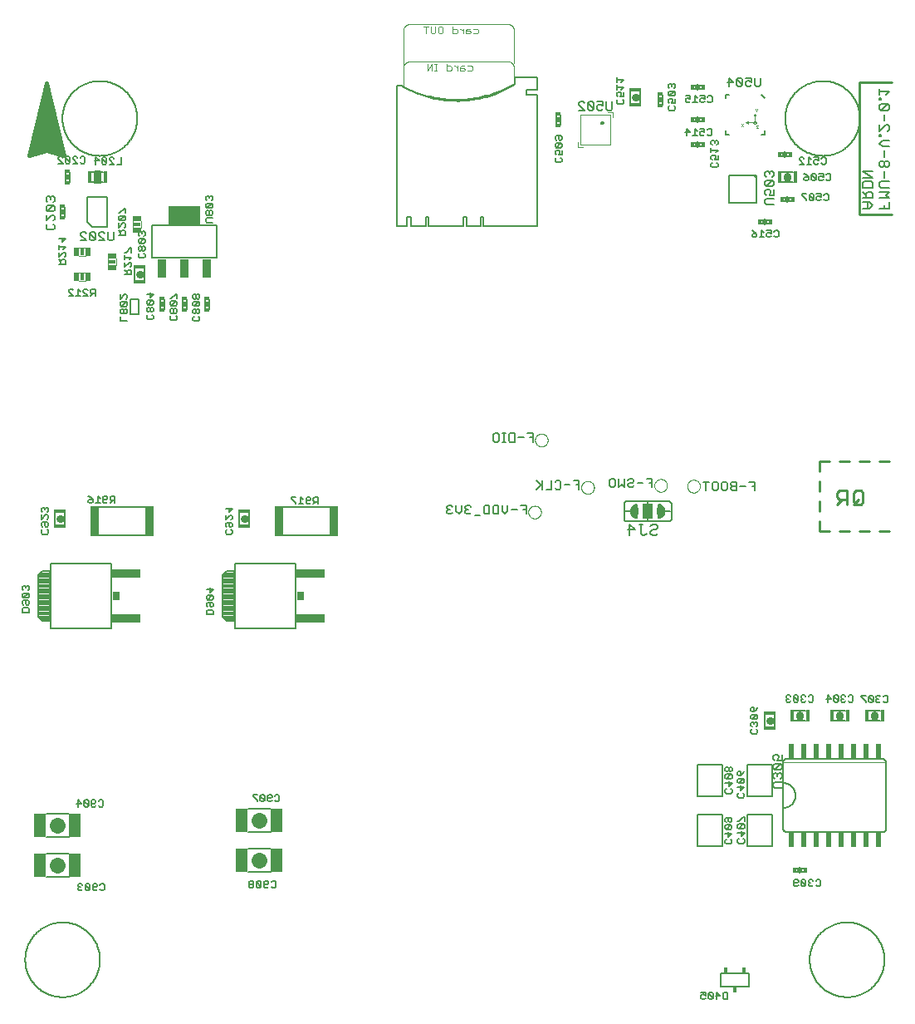
<source format=gbr>
G75*
%MOIN*%
%OFA0B0*%
%FSLAX25Y25*%
%IPPOS*%
%LPD*%
%AMOC8*
5,1,8,0,0,1.08239X$1,22.5*
%
%ADD10C,0.01600*%
%ADD11C,0.00700*%
%ADD12C,0.01000*%
%ADD13C,0.01100*%
%ADD14C,0.00800*%
%ADD15C,0.01969*%
%ADD16R,0.02400X0.01200*%
%ADD17C,0.00500*%
%ADD18C,0.00600*%
%ADD19C,0.02953*%
%ADD20R,0.01575X0.04734*%
%ADD21R,0.04734X0.01575*%
%ADD22R,0.01200X0.02400*%
%ADD23C,0.06299*%
%ADD24R,0.04724X0.09449*%
%ADD25R,0.01800X0.02300*%
%ADD26C,0.00394*%
%ADD27C,0.00200*%
%ADD28R,0.02000X0.00500*%
%ADD29R,0.02000X0.05800*%
%ADD30R,0.02353X0.04518*%
%ADD31C,0.00400*%
%ADD32R,0.03740X0.01969*%
%ADD33R,0.03000X0.01800*%
%ADD34R,0.01969X0.03740*%
%ADD35R,0.01800X0.03000*%
%ADD36R,0.03346X0.12205*%
%ADD37C,0.00000*%
%ADD38C,0.00300*%
%ADD39R,0.00394X0.00866*%
%ADD40R,0.00866X0.00394*%
%ADD41R,0.11400X0.03400*%
%ADD42R,0.03000X0.03400*%
%ADD43C,0.00787*%
%ADD44R,0.03400X0.07300*%
%ADD45R,0.12600X0.07300*%
%ADD46R,0.04000X0.06000*%
D10*
X0012733Y0344100D02*
X0019733Y0346100D01*
X0019733Y0370100D01*
X0019733Y0373100D02*
X0026733Y0344100D01*
X0019733Y0346100D01*
X0018233Y0346100D02*
X0018233Y0366100D01*
X0021233Y0366100D02*
X0021233Y0346100D01*
X0022733Y0345600D02*
X0022733Y0359600D01*
X0016733Y0360100D02*
X0016733Y0345600D01*
X0015233Y0345100D02*
X0015233Y0353600D01*
X0014233Y0347600D02*
X0014233Y0344600D01*
X0012733Y0344100D02*
X0019733Y0373100D01*
X0024233Y0353600D02*
X0024233Y0345100D01*
X0025233Y0344600D02*
X0025233Y0347600D01*
D11*
X0347583Y0337916D02*
X0351386Y0337916D01*
X0351386Y0335381D02*
X0347583Y0337916D01*
X0347583Y0335381D02*
X0351386Y0335381D01*
X0350752Y0333773D02*
X0348217Y0333773D01*
X0347583Y0333139D01*
X0347583Y0331237D01*
X0351386Y0331237D01*
X0351386Y0333139D01*
X0350752Y0333773D01*
X0354333Y0333139D02*
X0354967Y0333773D01*
X0358136Y0333773D01*
X0356235Y0335381D02*
X0356235Y0337916D01*
X0356869Y0339524D02*
X0357502Y0339524D01*
X0358136Y0340158D01*
X0358136Y0341426D01*
X0357502Y0342060D01*
X0356869Y0342060D01*
X0356235Y0341426D01*
X0356235Y0340158D01*
X0356869Y0339524D01*
X0356235Y0340158D02*
X0355601Y0339524D01*
X0354967Y0339524D01*
X0354333Y0340158D01*
X0354333Y0341426D01*
X0354967Y0342060D01*
X0355601Y0342060D01*
X0356235Y0341426D01*
X0356235Y0343668D02*
X0356235Y0346203D01*
X0355601Y0347811D02*
X0354333Y0349079D01*
X0355601Y0350347D01*
X0358136Y0350347D01*
X0358136Y0347811D02*
X0355601Y0347811D01*
X0354967Y0351955D02*
X0354967Y0352589D01*
X0354333Y0352589D01*
X0354333Y0351955D01*
X0354967Y0351955D01*
X0354333Y0354027D02*
X0356869Y0356562D01*
X0357502Y0356562D01*
X0358136Y0355928D01*
X0358136Y0354660D01*
X0357502Y0354027D01*
X0354333Y0354027D02*
X0354333Y0356562D01*
X0356235Y0358170D02*
X0356235Y0360706D01*
X0357502Y0362314D02*
X0358136Y0362948D01*
X0358136Y0364215D01*
X0357502Y0364849D01*
X0354967Y0362314D01*
X0354333Y0362948D01*
X0354333Y0364215D01*
X0354967Y0364849D01*
X0357502Y0364849D01*
X0357502Y0362314D02*
X0354967Y0362314D01*
X0354967Y0366457D02*
X0354967Y0367091D01*
X0354333Y0367091D01*
X0354333Y0366457D01*
X0354967Y0366457D01*
X0354333Y0368529D02*
X0354333Y0371064D01*
X0354333Y0369797D02*
X0358136Y0369797D01*
X0356869Y0368529D01*
X0354333Y0333139D02*
X0354333Y0331871D01*
X0354967Y0331237D01*
X0358136Y0331237D01*
X0358136Y0329629D02*
X0354333Y0329629D01*
X0354333Y0327094D02*
X0358136Y0327094D01*
X0356869Y0328361D01*
X0358136Y0329629D01*
X0358136Y0325485D02*
X0358136Y0322950D01*
X0354333Y0322950D01*
X0356235Y0322950D02*
X0356235Y0324218D01*
X0351386Y0324218D02*
X0350119Y0325485D01*
X0347583Y0325485D01*
X0347583Y0327094D02*
X0351386Y0327094D01*
X0351386Y0328995D01*
X0350752Y0329629D01*
X0349485Y0329629D01*
X0348851Y0328995D01*
X0348851Y0327094D01*
X0348851Y0328361D02*
X0347583Y0329629D01*
X0349485Y0325485D02*
X0349485Y0322950D01*
X0350119Y0322950D02*
X0351386Y0324218D01*
X0350119Y0322950D02*
X0347583Y0322950D01*
D12*
X0346233Y0320600D02*
X0346233Y0373600D01*
X0359233Y0373600D01*
X0359233Y0320600D02*
X0346233Y0320600D01*
X0346202Y0221600D02*
X0350249Y0221600D01*
X0354186Y0221600D02*
X0358233Y0221600D01*
X0342265Y0221600D02*
X0338217Y0221600D01*
X0334280Y0221600D02*
X0330233Y0221600D01*
X0330233Y0217553D01*
X0330233Y0213616D02*
X0330233Y0209569D01*
X0330233Y0205631D02*
X0330233Y0201584D01*
X0330233Y0197647D02*
X0330233Y0193600D01*
X0334280Y0193600D01*
X0338217Y0193600D02*
X0342265Y0193600D01*
X0346202Y0193600D02*
X0350249Y0193600D01*
X0354186Y0193600D02*
X0358233Y0193600D01*
D13*
X0346699Y0204150D02*
X0347683Y0205134D01*
X0347683Y0209071D01*
X0346699Y0210055D01*
X0344731Y0210055D01*
X0343746Y0209071D01*
X0343746Y0205134D01*
X0344731Y0204150D01*
X0346699Y0204150D01*
X0345715Y0206118D02*
X0343746Y0204150D01*
X0341238Y0204150D02*
X0341238Y0210055D01*
X0338285Y0210055D01*
X0337301Y0209071D01*
X0337301Y0207103D01*
X0338285Y0206118D01*
X0341238Y0206118D01*
X0339269Y0206118D02*
X0337301Y0204150D01*
D14*
X0335871Y0121569D02*
X0340595Y0121569D01*
X0340595Y0117631D02*
X0335871Y0117631D01*
X0324595Y0117631D02*
X0319871Y0117631D01*
X0319871Y0121569D02*
X0324595Y0121569D01*
X0312202Y0119962D02*
X0312202Y0115238D01*
X0308265Y0115238D02*
X0308265Y0119962D01*
X0311351Y0099899D02*
X0311351Y0087301D01*
X0311351Y0079899D02*
X0311351Y0067301D01*
X0301115Y0067301D02*
X0301115Y0079899D01*
X0301115Y0087301D02*
X0301115Y0099899D01*
X0291351Y0099899D02*
X0291351Y0087301D01*
X0291351Y0079899D02*
X0291351Y0067301D01*
X0281115Y0067301D02*
X0281115Y0079899D01*
X0281115Y0087301D02*
X0281115Y0099899D01*
X0320233Y0058400D02*
X0324233Y0058400D01*
X0324233Y0056800D02*
X0320233Y0056800D01*
X0349871Y0117631D02*
X0354595Y0117631D01*
X0354595Y0121569D02*
X0349871Y0121569D01*
X0310233Y0316800D02*
X0306233Y0316800D01*
X0306233Y0318400D02*
X0310233Y0318400D01*
X0315233Y0325800D02*
X0319233Y0325800D01*
X0319233Y0327400D02*
X0315233Y0327400D01*
X0314871Y0333631D02*
X0319595Y0333631D01*
X0319595Y0337569D02*
X0314871Y0337569D01*
X0314233Y0343800D02*
X0318233Y0343800D01*
X0318233Y0345400D02*
X0314233Y0345400D01*
X0308107Y0352726D02*
X0306729Y0352726D01*
X0308107Y0352726D02*
X0308107Y0354104D01*
X0308107Y0367096D02*
X0306729Y0368474D01*
X0293737Y0368474D02*
X0292359Y0368474D01*
X0292359Y0367096D01*
X0283233Y0370800D02*
X0279233Y0370800D01*
X0279233Y0372400D02*
X0283233Y0372400D01*
X0283233Y0359400D02*
X0279233Y0359400D01*
X0279233Y0357800D02*
X0283233Y0357800D01*
X0283233Y0349400D02*
X0279233Y0349400D01*
X0279233Y0347800D02*
X0283233Y0347800D01*
X0292359Y0352726D02*
X0292359Y0354104D01*
X0292359Y0352726D02*
X0293737Y0352726D01*
X0267033Y0364600D02*
X0267033Y0368600D01*
X0265433Y0368600D02*
X0265433Y0364600D01*
X0258202Y0365238D02*
X0258202Y0369962D01*
X0254265Y0369962D02*
X0254265Y0365238D01*
X0226033Y0360600D02*
X0226033Y0356600D01*
X0224433Y0356600D02*
X0224433Y0360600D01*
X0088133Y0316100D02*
X0088133Y0303100D01*
X0062333Y0303100D01*
X0062333Y0316100D01*
X0088133Y0316100D01*
X0085033Y0286600D02*
X0085033Y0282600D01*
X0083433Y0282600D02*
X0083433Y0286600D01*
X0076033Y0286600D02*
X0076033Y0282600D01*
X0074433Y0282600D02*
X0074433Y0286600D01*
X0067033Y0286600D02*
X0067033Y0282600D01*
X0065433Y0282600D02*
X0065433Y0286600D01*
X0059202Y0294238D02*
X0059202Y0298962D01*
X0055265Y0298962D02*
X0055265Y0294238D01*
X0027033Y0319600D02*
X0027033Y0323600D01*
X0025433Y0323600D02*
X0025433Y0319600D01*
X0027433Y0333600D02*
X0027433Y0337600D01*
X0029033Y0337600D02*
X0029033Y0333600D01*
X0037871Y0333631D02*
X0042595Y0333631D01*
X0042595Y0337569D02*
X0037871Y0337569D01*
X0027202Y0200962D02*
X0027202Y0196238D01*
X0023265Y0196238D02*
X0023265Y0200962D01*
X0021528Y0180502D02*
X0021530Y0154697D01*
X0021527Y0154700D02*
X0045914Y0154698D01*
X0045914Y0180502D01*
X0021527Y0180500D01*
X0021127Y0177700D02*
X0018327Y0177700D01*
X0016527Y0175900D01*
X0016527Y0159300D01*
X0018327Y0157500D01*
X0021127Y0157500D01*
X0021127Y0177700D01*
X0090527Y0175900D02*
X0090527Y0159300D01*
X0092327Y0157500D01*
X0095127Y0157500D01*
X0095127Y0177700D01*
X0092327Y0177700D01*
X0090527Y0175900D01*
X0095527Y0180500D02*
X0119914Y0180502D01*
X0119914Y0154698D01*
X0095527Y0154700D01*
X0095530Y0154697D02*
X0095528Y0180502D01*
X0097265Y0196238D02*
X0097265Y0200962D01*
X0101202Y0200962D02*
X0101202Y0196238D01*
X0100706Y0082121D02*
X0109761Y0082121D01*
X0109761Y0073079D02*
X0100706Y0073079D01*
X0100706Y0066121D02*
X0109761Y0066121D01*
X0109761Y0057079D02*
X0100706Y0057079D01*
X0028761Y0055079D02*
X0019706Y0055079D01*
X0019706Y0064121D02*
X0028761Y0064121D01*
X0028761Y0071079D02*
X0019706Y0071079D01*
X0019706Y0080121D02*
X0028761Y0080121D01*
D15*
X0066033Y0284600D02*
X0066433Y0284600D01*
X0075033Y0284600D02*
X0075433Y0284600D01*
X0084033Y0284600D02*
X0084433Y0284600D01*
X0026433Y0321600D02*
X0026033Y0321600D01*
X0028033Y0335600D02*
X0028433Y0335600D01*
X0225033Y0358600D02*
X0225433Y0358600D01*
X0266033Y0366600D02*
X0266433Y0366600D01*
X0281233Y0371400D02*
X0281233Y0371800D01*
X0281233Y0358800D02*
X0281233Y0358400D01*
X0281233Y0348800D02*
X0281233Y0348400D01*
X0308233Y0317800D02*
X0308233Y0317400D01*
X0317233Y0326400D02*
X0317233Y0326800D01*
X0316233Y0344400D02*
X0316233Y0344800D01*
X0322233Y0057800D02*
X0322233Y0057400D01*
D16*
X0084233Y0282400D03*
X0084233Y0282400D03*
X0084233Y0286800D03*
X0075233Y0286800D03*
X0075233Y0282400D03*
X0075233Y0282400D03*
X0066233Y0282400D03*
X0066233Y0282400D03*
X0066233Y0286800D03*
X0026233Y0319400D03*
X0026233Y0323800D03*
X0026233Y0323800D03*
X0028233Y0333400D03*
X0028233Y0333400D03*
X0028233Y0337800D03*
X0225233Y0356400D03*
X0225233Y0356400D03*
X0225233Y0360800D03*
X0266233Y0364400D03*
X0266233Y0368800D03*
X0266233Y0368800D03*
D17*
X0011312Y0021679D02*
X0011317Y0022047D01*
X0011330Y0022415D01*
X0011353Y0022782D01*
X0011384Y0023149D01*
X0011425Y0023515D01*
X0011474Y0023880D01*
X0011533Y0024243D01*
X0011600Y0024605D01*
X0011676Y0024966D01*
X0011762Y0025324D01*
X0011855Y0025680D01*
X0011958Y0026033D01*
X0012069Y0026384D01*
X0012189Y0026732D01*
X0012317Y0027077D01*
X0012454Y0027419D01*
X0012599Y0027758D01*
X0012752Y0028092D01*
X0012914Y0028423D01*
X0013083Y0028750D01*
X0013261Y0029072D01*
X0013446Y0029391D01*
X0013639Y0029704D01*
X0013840Y0030013D01*
X0014048Y0030316D01*
X0014264Y0030614D01*
X0014487Y0030907D01*
X0014717Y0031195D01*
X0014954Y0031477D01*
X0015198Y0031752D01*
X0015448Y0032022D01*
X0015705Y0032286D01*
X0015969Y0032543D01*
X0016239Y0032793D01*
X0016514Y0033037D01*
X0016796Y0033274D01*
X0017084Y0033504D01*
X0017377Y0033727D01*
X0017675Y0033943D01*
X0017978Y0034151D01*
X0018287Y0034352D01*
X0018600Y0034545D01*
X0018919Y0034730D01*
X0019241Y0034908D01*
X0019568Y0035077D01*
X0019899Y0035239D01*
X0020233Y0035392D01*
X0020572Y0035537D01*
X0020914Y0035674D01*
X0021259Y0035802D01*
X0021607Y0035922D01*
X0021958Y0036033D01*
X0022311Y0036136D01*
X0022667Y0036229D01*
X0023025Y0036315D01*
X0023386Y0036391D01*
X0023748Y0036458D01*
X0024111Y0036517D01*
X0024476Y0036566D01*
X0024842Y0036607D01*
X0025209Y0036638D01*
X0025576Y0036661D01*
X0025944Y0036674D01*
X0026312Y0036679D01*
X0026680Y0036674D01*
X0027048Y0036661D01*
X0027415Y0036638D01*
X0027782Y0036607D01*
X0028148Y0036566D01*
X0028513Y0036517D01*
X0028876Y0036458D01*
X0029238Y0036391D01*
X0029599Y0036315D01*
X0029957Y0036229D01*
X0030313Y0036136D01*
X0030666Y0036033D01*
X0031017Y0035922D01*
X0031365Y0035802D01*
X0031710Y0035674D01*
X0032052Y0035537D01*
X0032391Y0035392D01*
X0032725Y0035239D01*
X0033056Y0035077D01*
X0033383Y0034908D01*
X0033705Y0034730D01*
X0034024Y0034545D01*
X0034337Y0034352D01*
X0034646Y0034151D01*
X0034949Y0033943D01*
X0035247Y0033727D01*
X0035540Y0033504D01*
X0035828Y0033274D01*
X0036110Y0033037D01*
X0036385Y0032793D01*
X0036655Y0032543D01*
X0036919Y0032286D01*
X0037176Y0032022D01*
X0037426Y0031752D01*
X0037670Y0031477D01*
X0037907Y0031195D01*
X0038137Y0030907D01*
X0038360Y0030614D01*
X0038576Y0030316D01*
X0038784Y0030013D01*
X0038985Y0029704D01*
X0039178Y0029391D01*
X0039363Y0029072D01*
X0039541Y0028750D01*
X0039710Y0028423D01*
X0039872Y0028092D01*
X0040025Y0027758D01*
X0040170Y0027419D01*
X0040307Y0027077D01*
X0040435Y0026732D01*
X0040555Y0026384D01*
X0040666Y0026033D01*
X0040769Y0025680D01*
X0040862Y0025324D01*
X0040948Y0024966D01*
X0041024Y0024605D01*
X0041091Y0024243D01*
X0041150Y0023880D01*
X0041199Y0023515D01*
X0041240Y0023149D01*
X0041271Y0022782D01*
X0041294Y0022415D01*
X0041307Y0022047D01*
X0041312Y0021679D01*
X0041307Y0021311D01*
X0041294Y0020943D01*
X0041271Y0020576D01*
X0041240Y0020209D01*
X0041199Y0019843D01*
X0041150Y0019478D01*
X0041091Y0019115D01*
X0041024Y0018753D01*
X0040948Y0018392D01*
X0040862Y0018034D01*
X0040769Y0017678D01*
X0040666Y0017325D01*
X0040555Y0016974D01*
X0040435Y0016626D01*
X0040307Y0016281D01*
X0040170Y0015939D01*
X0040025Y0015600D01*
X0039872Y0015266D01*
X0039710Y0014935D01*
X0039541Y0014608D01*
X0039363Y0014286D01*
X0039178Y0013967D01*
X0038985Y0013654D01*
X0038784Y0013345D01*
X0038576Y0013042D01*
X0038360Y0012744D01*
X0038137Y0012451D01*
X0037907Y0012163D01*
X0037670Y0011881D01*
X0037426Y0011606D01*
X0037176Y0011336D01*
X0036919Y0011072D01*
X0036655Y0010815D01*
X0036385Y0010565D01*
X0036110Y0010321D01*
X0035828Y0010084D01*
X0035540Y0009854D01*
X0035247Y0009631D01*
X0034949Y0009415D01*
X0034646Y0009207D01*
X0034337Y0009006D01*
X0034024Y0008813D01*
X0033705Y0008628D01*
X0033383Y0008450D01*
X0033056Y0008281D01*
X0032725Y0008119D01*
X0032391Y0007966D01*
X0032052Y0007821D01*
X0031710Y0007684D01*
X0031365Y0007556D01*
X0031017Y0007436D01*
X0030666Y0007325D01*
X0030313Y0007222D01*
X0029957Y0007129D01*
X0029599Y0007043D01*
X0029238Y0006967D01*
X0028876Y0006900D01*
X0028513Y0006841D01*
X0028148Y0006792D01*
X0027782Y0006751D01*
X0027415Y0006720D01*
X0027048Y0006697D01*
X0026680Y0006684D01*
X0026312Y0006679D01*
X0025944Y0006684D01*
X0025576Y0006697D01*
X0025209Y0006720D01*
X0024842Y0006751D01*
X0024476Y0006792D01*
X0024111Y0006841D01*
X0023748Y0006900D01*
X0023386Y0006967D01*
X0023025Y0007043D01*
X0022667Y0007129D01*
X0022311Y0007222D01*
X0021958Y0007325D01*
X0021607Y0007436D01*
X0021259Y0007556D01*
X0020914Y0007684D01*
X0020572Y0007821D01*
X0020233Y0007966D01*
X0019899Y0008119D01*
X0019568Y0008281D01*
X0019241Y0008450D01*
X0018919Y0008628D01*
X0018600Y0008813D01*
X0018287Y0009006D01*
X0017978Y0009207D01*
X0017675Y0009415D01*
X0017377Y0009631D01*
X0017084Y0009854D01*
X0016796Y0010084D01*
X0016514Y0010321D01*
X0016239Y0010565D01*
X0015969Y0010815D01*
X0015705Y0011072D01*
X0015448Y0011336D01*
X0015198Y0011606D01*
X0014954Y0011881D01*
X0014717Y0012163D01*
X0014487Y0012451D01*
X0014264Y0012744D01*
X0014048Y0013042D01*
X0013840Y0013345D01*
X0013639Y0013654D01*
X0013446Y0013967D01*
X0013261Y0014286D01*
X0013083Y0014608D01*
X0012914Y0014935D01*
X0012752Y0015266D01*
X0012599Y0015600D01*
X0012454Y0015939D01*
X0012317Y0016281D01*
X0012189Y0016626D01*
X0012069Y0016974D01*
X0011958Y0017325D01*
X0011855Y0017678D01*
X0011762Y0018034D01*
X0011676Y0018392D01*
X0011600Y0018753D01*
X0011533Y0019115D01*
X0011474Y0019478D01*
X0011425Y0019843D01*
X0011384Y0020209D01*
X0011353Y0020576D01*
X0011330Y0020943D01*
X0011317Y0021311D01*
X0011312Y0021679D01*
X0032934Y0049457D02*
X0033835Y0049457D01*
X0034285Y0049907D01*
X0035430Y0049907D02*
X0035881Y0049457D01*
X0036781Y0049457D01*
X0037232Y0049907D01*
X0035430Y0051709D01*
X0035430Y0049907D01*
X0035430Y0051709D02*
X0035881Y0052159D01*
X0036781Y0052159D01*
X0037232Y0051709D01*
X0037232Y0049907D01*
X0038377Y0049907D02*
X0038377Y0051709D01*
X0038827Y0052159D01*
X0039728Y0052159D01*
X0040178Y0051709D01*
X0040178Y0051258D01*
X0039728Y0050808D01*
X0038377Y0050808D01*
X0038377Y0049907D02*
X0038827Y0049457D01*
X0039728Y0049457D01*
X0040178Y0049907D01*
X0041323Y0049907D02*
X0041774Y0049457D01*
X0042674Y0049457D01*
X0043125Y0049907D01*
X0043125Y0051709D01*
X0042674Y0052159D01*
X0041774Y0052159D01*
X0041323Y0051709D01*
X0034285Y0051709D02*
X0033835Y0052159D01*
X0032934Y0052159D01*
X0032484Y0051709D01*
X0032484Y0051258D01*
X0032934Y0050808D01*
X0032484Y0050357D01*
X0032484Y0049907D01*
X0032934Y0049457D01*
X0032934Y0050808D02*
X0033384Y0050808D01*
X0032434Y0083057D02*
X0032434Y0085759D01*
X0033785Y0084408D01*
X0031984Y0084408D01*
X0034930Y0085309D02*
X0036732Y0083507D01*
X0036281Y0083057D01*
X0035381Y0083057D01*
X0034930Y0083507D01*
X0034930Y0085309D01*
X0035381Y0085759D01*
X0036281Y0085759D01*
X0036732Y0085309D01*
X0036732Y0083507D01*
X0037877Y0083507D02*
X0037877Y0085309D01*
X0038327Y0085759D01*
X0039228Y0085759D01*
X0039678Y0085309D01*
X0039678Y0084858D01*
X0039228Y0084408D01*
X0037877Y0084408D01*
X0037877Y0083507D02*
X0038327Y0083057D01*
X0039228Y0083057D01*
X0039678Y0083507D01*
X0040823Y0083507D02*
X0041274Y0083057D01*
X0042174Y0083057D01*
X0042625Y0083507D01*
X0042625Y0085309D01*
X0042174Y0085759D01*
X0041274Y0085759D01*
X0040823Y0085309D01*
X0102686Y0087395D02*
X0104488Y0085594D01*
X0104488Y0085143D01*
X0105633Y0085594D02*
X0106083Y0085143D01*
X0106984Y0085143D01*
X0107434Y0085594D01*
X0105633Y0087395D01*
X0105633Y0085594D01*
X0105633Y0087395D02*
X0106083Y0087846D01*
X0106984Y0087846D01*
X0107434Y0087395D01*
X0107434Y0085594D01*
X0108579Y0085594D02*
X0108579Y0087395D01*
X0109030Y0087846D01*
X0109931Y0087846D01*
X0110381Y0087395D01*
X0110381Y0086945D01*
X0109931Y0086494D01*
X0108579Y0086494D01*
X0108579Y0085594D02*
X0109030Y0085143D01*
X0109931Y0085143D01*
X0110381Y0085594D01*
X0111526Y0085594D02*
X0111976Y0085143D01*
X0112877Y0085143D01*
X0113327Y0085594D01*
X0113327Y0087395D01*
X0112877Y0087846D01*
X0111976Y0087846D01*
X0111526Y0087395D01*
X0104488Y0087846D02*
X0102686Y0087846D01*
X0102686Y0087395D01*
X0102535Y0053259D02*
X0101634Y0053259D01*
X0101184Y0052809D01*
X0101184Y0052358D01*
X0101634Y0051908D01*
X0102535Y0051908D01*
X0102985Y0052358D01*
X0102985Y0052809D01*
X0102535Y0053259D01*
X0102535Y0051908D02*
X0102985Y0051457D01*
X0102985Y0051007D01*
X0102535Y0050557D01*
X0101634Y0050557D01*
X0101184Y0051007D01*
X0101184Y0051457D01*
X0101634Y0051908D01*
X0104130Y0052809D02*
X0105932Y0051007D01*
X0105481Y0050557D01*
X0104581Y0050557D01*
X0104130Y0051007D01*
X0104130Y0052809D01*
X0104581Y0053259D01*
X0105481Y0053259D01*
X0105932Y0052809D01*
X0105932Y0051007D01*
X0107077Y0051007D02*
X0107077Y0052809D01*
X0107527Y0053259D01*
X0108428Y0053259D01*
X0108878Y0052809D01*
X0108878Y0052358D01*
X0108428Y0051908D01*
X0107077Y0051908D01*
X0107077Y0051007D02*
X0107527Y0050557D01*
X0108428Y0050557D01*
X0108878Y0051007D01*
X0110023Y0051007D02*
X0110474Y0050557D01*
X0111374Y0050557D01*
X0111825Y0051007D01*
X0111825Y0052809D01*
X0111374Y0053259D01*
X0110474Y0053259D01*
X0110023Y0052809D01*
X0086785Y0160139D02*
X0084083Y0160139D01*
X0084083Y0161490D01*
X0084533Y0161940D01*
X0086335Y0161940D01*
X0086785Y0161490D01*
X0086785Y0160139D01*
X0086335Y0163085D02*
X0085885Y0163085D01*
X0085434Y0163536D01*
X0085434Y0164887D01*
X0084533Y0164887D02*
X0086335Y0164887D01*
X0086785Y0164436D01*
X0086785Y0163536D01*
X0086335Y0163085D01*
X0084533Y0163085D02*
X0084083Y0163536D01*
X0084083Y0164436D01*
X0084533Y0164887D01*
X0084533Y0166032D02*
X0086335Y0167833D01*
X0084533Y0167833D01*
X0084083Y0167383D01*
X0084083Y0166482D01*
X0084533Y0166032D01*
X0086335Y0166032D01*
X0086785Y0166482D01*
X0086785Y0167383D01*
X0086335Y0167833D01*
X0085434Y0168978D02*
X0085434Y0170780D01*
X0084083Y0170329D02*
X0086785Y0170329D01*
X0085434Y0168978D01*
X0092140Y0192314D02*
X0091690Y0192764D01*
X0091690Y0193665D01*
X0092140Y0194115D01*
X0092140Y0195260D02*
X0091690Y0195711D01*
X0091690Y0196611D01*
X0092140Y0197062D01*
X0093942Y0197062D01*
X0094392Y0196611D01*
X0094392Y0195711D01*
X0093942Y0195260D01*
X0093491Y0195260D01*
X0093041Y0195711D01*
X0093041Y0197062D01*
X0093942Y0198207D02*
X0094392Y0198657D01*
X0094392Y0199558D01*
X0093942Y0200008D01*
X0093491Y0200008D01*
X0091690Y0198207D01*
X0091690Y0200008D01*
X0093041Y0201153D02*
X0093041Y0202955D01*
X0094392Y0202504D02*
X0093041Y0201153D01*
X0091690Y0202504D02*
X0094392Y0202504D01*
X0093942Y0194115D02*
X0094392Y0193665D01*
X0094392Y0192764D01*
X0093942Y0192314D01*
X0092140Y0192314D01*
X0118128Y0206702D02*
X0119930Y0204900D01*
X0119930Y0204450D01*
X0121075Y0204450D02*
X0122876Y0204450D01*
X0121975Y0204450D02*
X0121975Y0207152D01*
X0122876Y0206252D01*
X0124021Y0206702D02*
X0124471Y0207152D01*
X0125372Y0207152D01*
X0125823Y0206702D01*
X0125823Y0206252D01*
X0125372Y0205801D01*
X0124021Y0205801D01*
X0124021Y0204900D02*
X0124021Y0206702D01*
X0124021Y0204900D02*
X0124471Y0204450D01*
X0125372Y0204450D01*
X0125823Y0204900D01*
X0126968Y0204450D02*
X0127868Y0205351D01*
X0127418Y0205351D02*
X0128769Y0205351D01*
X0128769Y0204450D02*
X0128769Y0207152D01*
X0127418Y0207152D01*
X0126968Y0206702D01*
X0126968Y0205801D01*
X0127418Y0205351D01*
X0119930Y0207152D02*
X0118128Y0207152D01*
X0118128Y0206702D01*
X0080828Y0277901D02*
X0079027Y0277901D01*
X0078576Y0278351D01*
X0078576Y0279252D01*
X0079027Y0279702D01*
X0079027Y0280847D02*
X0079477Y0280847D01*
X0079928Y0281298D01*
X0079928Y0282199D01*
X0079477Y0282649D01*
X0079027Y0282649D01*
X0078576Y0282199D01*
X0078576Y0281298D01*
X0079027Y0280847D01*
X0079928Y0281298D02*
X0080378Y0280847D01*
X0080828Y0280847D01*
X0081279Y0281298D01*
X0081279Y0282199D01*
X0080828Y0282649D01*
X0080378Y0282649D01*
X0079928Y0282199D01*
X0080828Y0283794D02*
X0081279Y0284244D01*
X0081279Y0285145D01*
X0080828Y0285596D01*
X0079027Y0283794D01*
X0078576Y0284244D01*
X0078576Y0285145D01*
X0079027Y0285596D01*
X0080828Y0285596D01*
X0080828Y0286740D02*
X0080378Y0286740D01*
X0079928Y0287191D01*
X0079928Y0288092D01*
X0079477Y0288542D01*
X0079027Y0288542D01*
X0078576Y0288092D01*
X0078576Y0287191D01*
X0079027Y0286740D01*
X0079477Y0286740D01*
X0079928Y0287191D01*
X0079928Y0288092D02*
X0080378Y0288542D01*
X0080828Y0288542D01*
X0081279Y0288092D01*
X0081279Y0287191D01*
X0080828Y0286740D01*
X0080828Y0283794D02*
X0079027Y0283794D01*
X0080828Y0279702D02*
X0081279Y0279252D01*
X0081279Y0278351D01*
X0080828Y0277901D01*
X0072179Y0278551D02*
X0071728Y0278101D01*
X0069927Y0278101D01*
X0069476Y0278551D01*
X0069476Y0279452D01*
X0069927Y0279902D01*
X0069927Y0281047D02*
X0070377Y0281047D01*
X0070828Y0281498D01*
X0070828Y0282399D01*
X0070377Y0282849D01*
X0069927Y0282849D01*
X0069476Y0282399D01*
X0069476Y0281498D01*
X0069927Y0281047D01*
X0070828Y0281498D02*
X0071278Y0281047D01*
X0071728Y0281047D01*
X0072179Y0281498D01*
X0072179Y0282399D01*
X0071728Y0282849D01*
X0071278Y0282849D01*
X0070828Y0282399D01*
X0069927Y0283994D02*
X0071728Y0283994D01*
X0072179Y0284444D01*
X0072179Y0285345D01*
X0071728Y0285796D01*
X0069927Y0283994D01*
X0069476Y0284444D01*
X0069476Y0285345D01*
X0069927Y0285796D01*
X0071728Y0285796D01*
X0072179Y0286940D02*
X0072179Y0288742D01*
X0071728Y0288742D01*
X0069927Y0286940D01*
X0069476Y0286940D01*
X0062779Y0285745D02*
X0062328Y0286196D01*
X0060527Y0284394D01*
X0060076Y0284844D01*
X0060076Y0285745D01*
X0060527Y0286196D01*
X0062328Y0286196D01*
X0062779Y0285745D02*
X0062779Y0284844D01*
X0062328Y0284394D01*
X0060527Y0284394D01*
X0060527Y0283249D02*
X0060076Y0282799D01*
X0060076Y0281898D01*
X0060527Y0281447D01*
X0060977Y0281447D01*
X0061428Y0281898D01*
X0061428Y0282799D01*
X0060977Y0283249D01*
X0060527Y0283249D01*
X0061428Y0282799D02*
X0061878Y0283249D01*
X0062328Y0283249D01*
X0062779Y0282799D01*
X0062779Y0281898D01*
X0062328Y0281447D01*
X0061878Y0281447D01*
X0061428Y0281898D01*
X0062328Y0280302D02*
X0062779Y0279852D01*
X0062779Y0278951D01*
X0062328Y0278501D01*
X0060527Y0278501D01*
X0060076Y0278951D01*
X0060076Y0279852D01*
X0060527Y0280302D01*
X0056808Y0280450D02*
X0056808Y0286750D01*
X0053658Y0286750D01*
X0053658Y0280450D01*
X0056808Y0280450D01*
X0052185Y0281247D02*
X0052185Y0282148D01*
X0051735Y0282598D01*
X0051285Y0282598D01*
X0050834Y0282148D01*
X0050834Y0281247D01*
X0051285Y0280797D01*
X0051735Y0280797D01*
X0052185Y0281247D01*
X0050834Y0281247D02*
X0050384Y0280797D01*
X0049933Y0280797D01*
X0049483Y0281247D01*
X0049483Y0282148D01*
X0049933Y0282598D01*
X0050384Y0282598D01*
X0050834Y0282148D01*
X0049933Y0283743D02*
X0051735Y0285545D01*
X0049933Y0285545D01*
X0049483Y0285094D01*
X0049483Y0284193D01*
X0049933Y0283743D01*
X0051735Y0283743D01*
X0052185Y0284193D01*
X0052185Y0285094D01*
X0051735Y0285545D01*
X0051735Y0286690D02*
X0052185Y0287140D01*
X0052185Y0288041D01*
X0051735Y0288491D01*
X0051285Y0288491D01*
X0049483Y0286690D01*
X0049483Y0288491D01*
X0051283Y0296564D02*
X0053985Y0296564D01*
X0053985Y0297915D01*
X0053535Y0298365D01*
X0052634Y0298365D01*
X0052184Y0297915D01*
X0052184Y0296564D01*
X0052184Y0297465D02*
X0051283Y0298365D01*
X0051283Y0299510D02*
X0053085Y0301312D01*
X0053535Y0301312D01*
X0053985Y0300862D01*
X0053985Y0299961D01*
X0053535Y0299510D01*
X0051283Y0299510D02*
X0051283Y0301312D01*
X0051283Y0302457D02*
X0051283Y0304259D01*
X0051283Y0303358D02*
X0053985Y0303358D01*
X0053085Y0302457D01*
X0053985Y0305403D02*
X0053985Y0307205D01*
X0053535Y0307205D01*
X0051733Y0305403D01*
X0051283Y0305403D01*
X0056690Y0304465D02*
X0057140Y0304915D01*
X0056690Y0304465D02*
X0056690Y0303564D01*
X0057140Y0303114D01*
X0058942Y0303114D01*
X0059392Y0303564D01*
X0059392Y0304465D01*
X0058942Y0304915D01*
X0058942Y0306060D02*
X0058491Y0306060D01*
X0058041Y0306511D01*
X0058041Y0307411D01*
X0057591Y0307862D01*
X0057140Y0307862D01*
X0056690Y0307411D01*
X0056690Y0306511D01*
X0057140Y0306060D01*
X0057591Y0306060D01*
X0058041Y0306511D01*
X0058041Y0307411D02*
X0058491Y0307862D01*
X0058942Y0307862D01*
X0059392Y0307411D01*
X0059392Y0306511D01*
X0058942Y0306060D01*
X0058942Y0309007D02*
X0059392Y0309457D01*
X0059392Y0310358D01*
X0058942Y0310808D01*
X0057140Y0309007D01*
X0056690Y0309457D01*
X0056690Y0310358D01*
X0057140Y0310808D01*
X0058942Y0310808D01*
X0058942Y0311953D02*
X0059392Y0312404D01*
X0059392Y0313304D01*
X0058942Y0313755D01*
X0058491Y0313755D01*
X0058041Y0313304D01*
X0057591Y0313755D01*
X0057140Y0313755D01*
X0056690Y0313304D01*
X0056690Y0312404D01*
X0057140Y0311953D01*
X0058041Y0312854D02*
X0058041Y0313304D01*
X0057140Y0309007D02*
X0058942Y0309007D01*
X0051485Y0312350D02*
X0051485Y0313701D01*
X0051035Y0314152D01*
X0050134Y0314152D01*
X0049684Y0313701D01*
X0049684Y0312350D01*
X0049684Y0313251D02*
X0048783Y0314152D01*
X0048783Y0315297D02*
X0050585Y0317098D01*
X0051035Y0317098D01*
X0051485Y0316648D01*
X0051485Y0315747D01*
X0051035Y0315297D01*
X0048783Y0315297D02*
X0048783Y0317098D01*
X0049233Y0318243D02*
X0051035Y0320045D01*
X0049233Y0320045D01*
X0048783Y0319594D01*
X0048783Y0318693D01*
X0049233Y0318243D01*
X0051035Y0318243D01*
X0051485Y0318693D01*
X0051485Y0319594D01*
X0051035Y0320045D01*
X0051485Y0321190D02*
X0051485Y0322991D01*
X0051035Y0322991D01*
X0049233Y0321190D01*
X0048783Y0321190D01*
X0044170Y0315694D02*
X0044170Y0327506D01*
X0036296Y0327506D01*
X0036296Y0317663D01*
X0038265Y0315694D01*
X0044170Y0315694D01*
X0048783Y0312350D02*
X0051485Y0312350D01*
X0027485Y0310841D02*
X0026134Y0309490D01*
X0026134Y0311291D01*
X0024783Y0310841D02*
X0027485Y0310841D01*
X0027485Y0307444D02*
X0024783Y0307444D01*
X0024783Y0306543D02*
X0024783Y0308345D01*
X0026585Y0306543D02*
X0027485Y0307444D01*
X0027035Y0305398D02*
X0027485Y0304948D01*
X0027485Y0304047D01*
X0027035Y0303597D01*
X0027035Y0302452D02*
X0026134Y0302452D01*
X0025684Y0302001D01*
X0025684Y0300650D01*
X0025684Y0301551D02*
X0024783Y0302452D01*
X0024783Y0303597D02*
X0026585Y0305398D01*
X0027035Y0305398D01*
X0024783Y0305398D02*
X0024783Y0303597D01*
X0027035Y0302452D02*
X0027485Y0302001D01*
X0027485Y0300650D01*
X0024783Y0300650D01*
X0029178Y0290552D02*
X0030079Y0290552D01*
X0030530Y0290102D01*
X0029178Y0290552D02*
X0028728Y0290102D01*
X0028728Y0289652D01*
X0030530Y0287850D01*
X0028728Y0287850D01*
X0031675Y0287850D02*
X0033476Y0287850D01*
X0032575Y0287850D02*
X0032575Y0290552D01*
X0033476Y0289652D01*
X0034621Y0289652D02*
X0034621Y0290102D01*
X0035071Y0290552D01*
X0035972Y0290552D01*
X0036423Y0290102D01*
X0037568Y0290102D02*
X0037568Y0289201D01*
X0038018Y0288751D01*
X0039369Y0288751D01*
X0038468Y0288751D02*
X0037568Y0287850D01*
X0036423Y0287850D02*
X0034621Y0289652D01*
X0034621Y0287850D02*
X0036423Y0287850D01*
X0037568Y0290102D02*
X0038018Y0290552D01*
X0039369Y0290552D01*
X0039369Y0287850D01*
X0049483Y0279652D02*
X0049483Y0277850D01*
X0052185Y0277850D01*
X0061428Y0287340D02*
X0061428Y0289142D01*
X0062779Y0288692D02*
X0061428Y0287340D01*
X0062779Y0288692D02*
X0060076Y0288692D01*
X0071728Y0279902D02*
X0072179Y0279452D01*
X0072179Y0278551D01*
X0084307Y0317358D02*
X0083857Y0317808D01*
X0083857Y0318709D01*
X0084307Y0319159D01*
X0086559Y0319159D01*
X0086109Y0320304D02*
X0085659Y0320304D01*
X0085208Y0320755D01*
X0085208Y0321656D01*
X0084758Y0322106D01*
X0084307Y0322106D01*
X0083857Y0321656D01*
X0083857Y0320755D01*
X0084307Y0320304D01*
X0084758Y0320304D01*
X0085208Y0320755D01*
X0085208Y0321656D02*
X0085659Y0322106D01*
X0086109Y0322106D01*
X0086559Y0321656D01*
X0086559Y0320755D01*
X0086109Y0320304D01*
X0086109Y0323251D02*
X0084307Y0323251D01*
X0086109Y0325052D01*
X0084307Y0325052D01*
X0083857Y0324602D01*
X0083857Y0323701D01*
X0084307Y0323251D01*
X0086109Y0323251D02*
X0086559Y0323701D01*
X0086559Y0324602D01*
X0086109Y0325052D01*
X0086109Y0326197D02*
X0086559Y0326648D01*
X0086559Y0327549D01*
X0086109Y0327999D01*
X0085659Y0327999D01*
X0085208Y0327549D01*
X0084758Y0327999D01*
X0084307Y0327999D01*
X0083857Y0327549D01*
X0083857Y0326648D01*
X0084307Y0326197D01*
X0085208Y0327098D02*
X0085208Y0327549D01*
X0084307Y0317358D02*
X0086559Y0317358D01*
X0049870Y0340743D02*
X0048068Y0340743D01*
X0046923Y0340743D02*
X0045122Y0342545D01*
X0045122Y0342995D01*
X0045572Y0343446D01*
X0046473Y0343446D01*
X0046923Y0342995D01*
X0046923Y0340743D02*
X0045122Y0340743D01*
X0043977Y0341194D02*
X0042175Y0342995D01*
X0042175Y0341194D01*
X0042626Y0340743D01*
X0043527Y0340743D01*
X0043977Y0341194D01*
X0043977Y0342995D01*
X0043527Y0343446D01*
X0042626Y0343446D01*
X0042175Y0342995D01*
X0041030Y0342094D02*
X0039229Y0342094D01*
X0039679Y0340743D02*
X0039679Y0343446D01*
X0041030Y0342094D01*
X0035220Y0341507D02*
X0034770Y0341057D01*
X0033869Y0341057D01*
X0033419Y0341507D01*
X0032274Y0341057D02*
X0030472Y0342858D01*
X0030472Y0343309D01*
X0030922Y0343759D01*
X0031823Y0343759D01*
X0032274Y0343309D01*
X0033419Y0343309D02*
X0033869Y0343759D01*
X0034770Y0343759D01*
X0035220Y0343309D01*
X0035220Y0341507D01*
X0032274Y0341057D02*
X0030472Y0341057D01*
X0029327Y0341507D02*
X0027526Y0343309D01*
X0027526Y0341507D01*
X0027976Y0341057D01*
X0028877Y0341057D01*
X0029327Y0341507D01*
X0029327Y0343309D01*
X0028877Y0343759D01*
X0027976Y0343759D01*
X0027526Y0343309D01*
X0026381Y0343309D02*
X0025930Y0343759D01*
X0025029Y0343759D01*
X0024579Y0343309D01*
X0024579Y0342858D01*
X0026381Y0341057D01*
X0024579Y0341057D01*
X0026272Y0359080D02*
X0026277Y0359448D01*
X0026290Y0359816D01*
X0026313Y0360183D01*
X0026344Y0360550D01*
X0026385Y0360916D01*
X0026434Y0361281D01*
X0026493Y0361644D01*
X0026560Y0362006D01*
X0026636Y0362367D01*
X0026722Y0362725D01*
X0026815Y0363081D01*
X0026918Y0363434D01*
X0027029Y0363785D01*
X0027149Y0364133D01*
X0027277Y0364478D01*
X0027414Y0364820D01*
X0027559Y0365159D01*
X0027712Y0365493D01*
X0027874Y0365824D01*
X0028043Y0366151D01*
X0028221Y0366473D01*
X0028406Y0366792D01*
X0028599Y0367105D01*
X0028800Y0367414D01*
X0029008Y0367717D01*
X0029224Y0368015D01*
X0029447Y0368308D01*
X0029677Y0368596D01*
X0029914Y0368878D01*
X0030158Y0369153D01*
X0030408Y0369423D01*
X0030665Y0369687D01*
X0030929Y0369944D01*
X0031199Y0370194D01*
X0031474Y0370438D01*
X0031756Y0370675D01*
X0032044Y0370905D01*
X0032337Y0371128D01*
X0032635Y0371344D01*
X0032938Y0371552D01*
X0033247Y0371753D01*
X0033560Y0371946D01*
X0033879Y0372131D01*
X0034201Y0372309D01*
X0034528Y0372478D01*
X0034859Y0372640D01*
X0035193Y0372793D01*
X0035532Y0372938D01*
X0035874Y0373075D01*
X0036219Y0373203D01*
X0036567Y0373323D01*
X0036918Y0373434D01*
X0037271Y0373537D01*
X0037627Y0373630D01*
X0037985Y0373716D01*
X0038346Y0373792D01*
X0038708Y0373859D01*
X0039071Y0373918D01*
X0039436Y0373967D01*
X0039802Y0374008D01*
X0040169Y0374039D01*
X0040536Y0374062D01*
X0040904Y0374075D01*
X0041272Y0374080D01*
X0041640Y0374075D01*
X0042008Y0374062D01*
X0042375Y0374039D01*
X0042742Y0374008D01*
X0043108Y0373967D01*
X0043473Y0373918D01*
X0043836Y0373859D01*
X0044198Y0373792D01*
X0044559Y0373716D01*
X0044917Y0373630D01*
X0045273Y0373537D01*
X0045626Y0373434D01*
X0045977Y0373323D01*
X0046325Y0373203D01*
X0046670Y0373075D01*
X0047012Y0372938D01*
X0047351Y0372793D01*
X0047685Y0372640D01*
X0048016Y0372478D01*
X0048343Y0372309D01*
X0048665Y0372131D01*
X0048984Y0371946D01*
X0049297Y0371753D01*
X0049606Y0371552D01*
X0049909Y0371344D01*
X0050207Y0371128D01*
X0050500Y0370905D01*
X0050788Y0370675D01*
X0051070Y0370438D01*
X0051345Y0370194D01*
X0051615Y0369944D01*
X0051879Y0369687D01*
X0052136Y0369423D01*
X0052386Y0369153D01*
X0052630Y0368878D01*
X0052867Y0368596D01*
X0053097Y0368308D01*
X0053320Y0368015D01*
X0053536Y0367717D01*
X0053744Y0367414D01*
X0053945Y0367105D01*
X0054138Y0366792D01*
X0054323Y0366473D01*
X0054501Y0366151D01*
X0054670Y0365824D01*
X0054832Y0365493D01*
X0054985Y0365159D01*
X0055130Y0364820D01*
X0055267Y0364478D01*
X0055395Y0364133D01*
X0055515Y0363785D01*
X0055626Y0363434D01*
X0055729Y0363081D01*
X0055822Y0362725D01*
X0055908Y0362367D01*
X0055984Y0362006D01*
X0056051Y0361644D01*
X0056110Y0361281D01*
X0056159Y0360916D01*
X0056200Y0360550D01*
X0056231Y0360183D01*
X0056254Y0359816D01*
X0056267Y0359448D01*
X0056272Y0359080D01*
X0056267Y0358712D01*
X0056254Y0358344D01*
X0056231Y0357977D01*
X0056200Y0357610D01*
X0056159Y0357244D01*
X0056110Y0356879D01*
X0056051Y0356516D01*
X0055984Y0356154D01*
X0055908Y0355793D01*
X0055822Y0355435D01*
X0055729Y0355079D01*
X0055626Y0354726D01*
X0055515Y0354375D01*
X0055395Y0354027D01*
X0055267Y0353682D01*
X0055130Y0353340D01*
X0054985Y0353001D01*
X0054832Y0352667D01*
X0054670Y0352336D01*
X0054501Y0352009D01*
X0054323Y0351687D01*
X0054138Y0351368D01*
X0053945Y0351055D01*
X0053744Y0350746D01*
X0053536Y0350443D01*
X0053320Y0350145D01*
X0053097Y0349852D01*
X0052867Y0349564D01*
X0052630Y0349282D01*
X0052386Y0349007D01*
X0052136Y0348737D01*
X0051879Y0348473D01*
X0051615Y0348216D01*
X0051345Y0347966D01*
X0051070Y0347722D01*
X0050788Y0347485D01*
X0050500Y0347255D01*
X0050207Y0347032D01*
X0049909Y0346816D01*
X0049606Y0346608D01*
X0049297Y0346407D01*
X0048984Y0346214D01*
X0048665Y0346029D01*
X0048343Y0345851D01*
X0048016Y0345682D01*
X0047685Y0345520D01*
X0047351Y0345367D01*
X0047012Y0345222D01*
X0046670Y0345085D01*
X0046325Y0344957D01*
X0045977Y0344837D01*
X0045626Y0344726D01*
X0045273Y0344623D01*
X0044917Y0344530D01*
X0044559Y0344444D01*
X0044198Y0344368D01*
X0043836Y0344301D01*
X0043473Y0344242D01*
X0043108Y0344193D01*
X0042742Y0344152D01*
X0042375Y0344121D01*
X0042008Y0344098D01*
X0041640Y0344085D01*
X0041272Y0344080D01*
X0040904Y0344085D01*
X0040536Y0344098D01*
X0040169Y0344121D01*
X0039802Y0344152D01*
X0039436Y0344193D01*
X0039071Y0344242D01*
X0038708Y0344301D01*
X0038346Y0344368D01*
X0037985Y0344444D01*
X0037627Y0344530D01*
X0037271Y0344623D01*
X0036918Y0344726D01*
X0036567Y0344837D01*
X0036219Y0344957D01*
X0035874Y0345085D01*
X0035532Y0345222D01*
X0035193Y0345367D01*
X0034859Y0345520D01*
X0034528Y0345682D01*
X0034201Y0345851D01*
X0033879Y0346029D01*
X0033560Y0346214D01*
X0033247Y0346407D01*
X0032938Y0346608D01*
X0032635Y0346816D01*
X0032337Y0347032D01*
X0032044Y0347255D01*
X0031756Y0347485D01*
X0031474Y0347722D01*
X0031199Y0347966D01*
X0030929Y0348216D01*
X0030665Y0348473D01*
X0030408Y0348737D01*
X0030158Y0349007D01*
X0029914Y0349282D01*
X0029677Y0349564D01*
X0029447Y0349852D01*
X0029224Y0350145D01*
X0029008Y0350443D01*
X0028800Y0350746D01*
X0028599Y0351055D01*
X0028406Y0351368D01*
X0028221Y0351687D01*
X0028043Y0352009D01*
X0027874Y0352336D01*
X0027712Y0352667D01*
X0027559Y0353001D01*
X0027414Y0353340D01*
X0027277Y0353682D01*
X0027149Y0354027D01*
X0027029Y0354375D01*
X0026918Y0354726D01*
X0026815Y0355079D01*
X0026722Y0355435D01*
X0026636Y0355793D01*
X0026560Y0356154D01*
X0026493Y0356516D01*
X0026434Y0356879D01*
X0026385Y0357244D01*
X0026344Y0357610D01*
X0026313Y0357977D01*
X0026290Y0358344D01*
X0026277Y0358712D01*
X0026272Y0359080D01*
X0049870Y0343446D02*
X0049870Y0340743D01*
X0160674Y0362261D02*
X0160674Y0315804D01*
X0164119Y0315804D01*
X0164611Y0315804D02*
X0160674Y0315804D01*
X0160674Y0372103D01*
X0162643Y0372103D01*
X0163036Y0371709D01*
X0166731Y0370027D02*
X0167691Y0369599D01*
X0168660Y0369195D01*
X0169639Y0368814D01*
X0170627Y0368458D01*
X0171623Y0368125D01*
X0172628Y0367817D01*
X0173639Y0367534D01*
X0174657Y0367276D01*
X0175682Y0367042D01*
X0176711Y0366834D01*
X0177745Y0366651D01*
X0178784Y0366493D01*
X0179826Y0366361D01*
X0180871Y0366254D01*
X0181918Y0366173D01*
X0182967Y0366117D01*
X0184017Y0366088D01*
X0185068Y0366083D01*
X0186118Y0366105D01*
X0187167Y0366152D01*
X0188215Y0366225D01*
X0189261Y0366323D01*
X0190304Y0366447D01*
X0191344Y0366597D01*
X0192379Y0366772D01*
X0193411Y0366972D01*
X0194437Y0367197D01*
X0195457Y0367447D01*
X0196471Y0367723D01*
X0197477Y0368023D01*
X0198476Y0368347D01*
X0199467Y0368696D01*
X0200449Y0369069D01*
X0201422Y0369465D01*
X0202384Y0369886D01*
X0203336Y0370330D01*
X0204277Y0370797D01*
X0205206Y0371287D01*
X0206123Y0371799D01*
X0207028Y0372334D01*
X0207918Y0372890D01*
X0207918Y0372891D02*
X0207918Y0375646D01*
X0216973Y0375646D01*
X0216973Y0370528D01*
X0212643Y0370528D01*
X0212643Y0368560D01*
X0216973Y0368560D01*
X0216973Y0315804D01*
X0196304Y0315804D01*
X0195320Y0315804D02*
X0195320Y0319741D01*
X0194139Y0319741D01*
X0194139Y0315804D01*
X0188627Y0315804D01*
X0188627Y0319741D01*
X0187052Y0319741D01*
X0187052Y0315804D01*
X0173272Y0315804D01*
X0173272Y0319741D01*
X0172091Y0319741D01*
X0172091Y0315804D01*
X0166186Y0315804D01*
X0166186Y0319741D01*
X0164611Y0319741D01*
X0164611Y0315804D01*
X0173765Y0315804D02*
X0186560Y0315804D01*
X0195320Y0315804D02*
X0216973Y0315804D01*
X0216973Y0366591D01*
X0224527Y0352142D02*
X0226328Y0352142D01*
X0226779Y0351692D01*
X0226779Y0350791D01*
X0226328Y0350340D01*
X0225878Y0350340D01*
X0225428Y0350791D01*
X0225428Y0352142D01*
X0224527Y0352142D02*
X0224076Y0351692D01*
X0224076Y0350791D01*
X0224527Y0350340D01*
X0224527Y0349196D02*
X0224076Y0348745D01*
X0224076Y0347844D01*
X0224527Y0347394D01*
X0226328Y0349196D01*
X0224527Y0349196D01*
X0226328Y0349196D02*
X0226779Y0348745D01*
X0226779Y0347844D01*
X0226328Y0347394D01*
X0224527Y0347394D01*
X0224527Y0346249D02*
X0224076Y0345799D01*
X0224076Y0344898D01*
X0224527Y0344447D01*
X0225428Y0344447D02*
X0225878Y0345348D01*
X0225878Y0345799D01*
X0225428Y0346249D01*
X0224527Y0346249D01*
X0225428Y0344447D02*
X0226779Y0344447D01*
X0226779Y0346249D01*
X0226328Y0343302D02*
X0226779Y0342852D01*
X0226779Y0341951D01*
X0226328Y0341501D01*
X0224527Y0341501D01*
X0224076Y0341951D01*
X0224076Y0342852D01*
X0224527Y0343302D01*
X0242399Y0357257D02*
X0242401Y0357301D01*
X0242407Y0357345D01*
X0242417Y0357388D01*
X0242430Y0357430D01*
X0242448Y0357470D01*
X0242469Y0357509D01*
X0242493Y0357546D01*
X0242520Y0357581D01*
X0242551Y0357613D01*
X0242584Y0357642D01*
X0242620Y0357668D01*
X0242658Y0357690D01*
X0242698Y0357709D01*
X0242739Y0357725D01*
X0242782Y0357737D01*
X0242825Y0357745D01*
X0242869Y0357749D01*
X0242913Y0357749D01*
X0242957Y0357745D01*
X0243000Y0357737D01*
X0243043Y0357725D01*
X0243084Y0357709D01*
X0243124Y0357690D01*
X0243162Y0357668D01*
X0243198Y0357642D01*
X0243231Y0357613D01*
X0243262Y0357581D01*
X0243289Y0357546D01*
X0243313Y0357509D01*
X0243334Y0357470D01*
X0243352Y0357430D01*
X0243365Y0357388D01*
X0243375Y0357345D01*
X0243381Y0357301D01*
X0243383Y0357257D01*
X0243381Y0357213D01*
X0243375Y0357169D01*
X0243365Y0357126D01*
X0243352Y0357084D01*
X0243334Y0357044D01*
X0243313Y0357005D01*
X0243289Y0356968D01*
X0243262Y0356933D01*
X0243231Y0356901D01*
X0243198Y0356872D01*
X0243162Y0356846D01*
X0243124Y0356824D01*
X0243084Y0356805D01*
X0243043Y0356789D01*
X0243000Y0356777D01*
X0242957Y0356769D01*
X0242913Y0356765D01*
X0242869Y0356765D01*
X0242825Y0356769D01*
X0242782Y0356777D01*
X0242739Y0356789D01*
X0242698Y0356805D01*
X0242658Y0356824D01*
X0242620Y0356846D01*
X0242584Y0356872D01*
X0242551Y0356901D01*
X0242520Y0356933D01*
X0242493Y0356968D01*
X0242469Y0357005D01*
X0242448Y0357044D01*
X0242430Y0357084D01*
X0242417Y0357126D01*
X0242407Y0357169D01*
X0242401Y0357213D01*
X0242399Y0357257D01*
X0249240Y0364814D02*
X0248790Y0365264D01*
X0248790Y0366165D01*
X0249240Y0366615D01*
X0249240Y0367760D02*
X0248790Y0368211D01*
X0248790Y0369111D01*
X0249240Y0369562D01*
X0250141Y0369562D01*
X0250591Y0369111D01*
X0250591Y0368661D01*
X0250141Y0367760D01*
X0251492Y0367760D01*
X0251492Y0369562D01*
X0250591Y0370707D02*
X0251492Y0371608D01*
X0248790Y0371608D01*
X0248790Y0372508D02*
X0248790Y0370707D01*
X0248790Y0373653D02*
X0248790Y0375455D01*
X0248790Y0374554D02*
X0251492Y0374554D01*
X0250591Y0373653D01*
X0251042Y0366615D02*
X0251492Y0366165D01*
X0251492Y0365264D01*
X0251042Y0364814D01*
X0249240Y0364814D01*
X0269490Y0365710D02*
X0269940Y0365260D01*
X0269490Y0365710D02*
X0269490Y0366611D01*
X0269940Y0367061D01*
X0270841Y0367061D01*
X0271291Y0366611D01*
X0271291Y0366160D01*
X0270841Y0365260D01*
X0272192Y0365260D01*
X0272192Y0367061D01*
X0271742Y0368206D02*
X0272192Y0368656D01*
X0272192Y0369557D01*
X0271742Y0370008D01*
X0269940Y0368206D01*
X0269490Y0368656D01*
X0269490Y0369557D01*
X0269940Y0370008D01*
X0271742Y0370008D01*
X0271742Y0371153D02*
X0272192Y0371603D01*
X0272192Y0372504D01*
X0271742Y0372954D01*
X0271291Y0372954D01*
X0270841Y0372504D01*
X0270391Y0372954D01*
X0269940Y0372954D01*
X0269490Y0372504D01*
X0269490Y0371603D01*
X0269940Y0371153D01*
X0270841Y0372053D02*
X0270841Y0372504D01*
X0269940Y0368206D02*
X0271742Y0368206D01*
X0271742Y0364115D02*
X0272192Y0363664D01*
X0272192Y0362763D01*
X0271742Y0362313D01*
X0269940Y0362313D01*
X0269490Y0362763D01*
X0269490Y0363664D01*
X0269940Y0364115D01*
X0276391Y0365894D02*
X0276841Y0365443D01*
X0277742Y0365443D01*
X0278193Y0365894D01*
X0278193Y0366794D02*
X0277292Y0367245D01*
X0276841Y0367245D01*
X0276391Y0366794D01*
X0276391Y0365894D01*
X0278193Y0366794D02*
X0278193Y0368146D01*
X0276391Y0368146D01*
X0280238Y0368146D02*
X0280238Y0365443D01*
X0279338Y0365443D02*
X0281139Y0365443D01*
X0282284Y0365894D02*
X0282284Y0366794D01*
X0282734Y0367245D01*
X0283185Y0367245D01*
X0284086Y0366794D01*
X0284086Y0368146D01*
X0282284Y0368146D01*
X0281139Y0367245D02*
X0280238Y0368146D01*
X0282284Y0365894D02*
X0282734Y0365443D01*
X0283635Y0365443D01*
X0284086Y0365894D01*
X0285231Y0365894D02*
X0285681Y0365443D01*
X0286582Y0365443D01*
X0287032Y0365894D01*
X0287032Y0367695D01*
X0286582Y0368146D01*
X0285681Y0368146D01*
X0285231Y0367695D01*
X0285569Y0354959D02*
X0286470Y0354959D01*
X0286920Y0354509D01*
X0286920Y0352707D01*
X0286470Y0352257D01*
X0285569Y0352257D01*
X0285119Y0352707D01*
X0283974Y0352707D02*
X0283523Y0352257D01*
X0282622Y0352257D01*
X0282172Y0352707D01*
X0282172Y0353608D01*
X0282622Y0354058D01*
X0283073Y0354058D01*
X0283974Y0353608D01*
X0283974Y0354959D01*
X0282172Y0354959D01*
X0281027Y0354058D02*
X0280126Y0354959D01*
X0280126Y0352257D01*
X0279226Y0352257D02*
X0281027Y0352257D01*
X0278081Y0353608D02*
X0276729Y0354959D01*
X0276729Y0352257D01*
X0276279Y0353608D02*
X0278081Y0353608D01*
X0285119Y0354509D02*
X0285569Y0354959D01*
X0287127Y0350242D02*
X0286676Y0349792D01*
X0286676Y0348891D01*
X0287127Y0348440D01*
X0286676Y0347296D02*
X0286676Y0345494D01*
X0286676Y0346395D02*
X0289379Y0346395D01*
X0288478Y0345494D01*
X0288028Y0344349D02*
X0287127Y0344349D01*
X0286676Y0343899D01*
X0286676Y0342998D01*
X0287127Y0342547D01*
X0288028Y0342547D02*
X0288478Y0343448D01*
X0288478Y0343899D01*
X0288028Y0344349D01*
X0289379Y0344349D02*
X0289379Y0342547D01*
X0288028Y0342547D01*
X0288928Y0341402D02*
X0289379Y0340952D01*
X0289379Y0340051D01*
X0288928Y0339601D01*
X0287127Y0339601D01*
X0286676Y0340051D01*
X0286676Y0340952D01*
X0287127Y0341402D01*
X0288928Y0348440D02*
X0289379Y0348891D01*
X0289379Y0349792D01*
X0288928Y0350242D01*
X0288478Y0350242D01*
X0288028Y0349792D01*
X0287577Y0350242D01*
X0287127Y0350242D01*
X0288028Y0349792D02*
X0288028Y0349341D01*
X0293728Y0336106D02*
X0304739Y0336106D01*
X0304739Y0325094D01*
X0293728Y0325094D01*
X0293728Y0336106D01*
X0303957Y0336106D02*
X0304739Y0335324D01*
X0322091Y0340743D02*
X0323893Y0340743D01*
X0322091Y0342545D01*
X0322091Y0342995D01*
X0322541Y0343446D01*
X0323442Y0343446D01*
X0323893Y0342995D01*
X0325938Y0343446D02*
X0325938Y0340743D01*
X0325038Y0340743D02*
X0326839Y0340743D01*
X0327984Y0341194D02*
X0328434Y0340743D01*
X0329335Y0340743D01*
X0329786Y0341194D01*
X0329786Y0342094D02*
X0328885Y0342545D01*
X0328434Y0342545D01*
X0327984Y0342094D01*
X0327984Y0341194D01*
X0326839Y0342545D02*
X0325938Y0343446D01*
X0327984Y0343446D02*
X0329786Y0343446D01*
X0329786Y0342094D01*
X0330931Y0341194D02*
X0331381Y0340743D01*
X0332282Y0340743D01*
X0332732Y0341194D01*
X0332732Y0342995D01*
X0332282Y0343446D01*
X0331381Y0343446D01*
X0330931Y0342995D01*
X0331686Y0336946D02*
X0329885Y0336946D01*
X0330335Y0336045D02*
X0329885Y0335594D01*
X0329885Y0334694D01*
X0330335Y0334243D01*
X0331236Y0334243D01*
X0331686Y0334694D01*
X0331686Y0335594D02*
X0330786Y0336045D01*
X0330335Y0336045D01*
X0331686Y0335594D02*
X0331686Y0336946D01*
X0332831Y0336495D02*
X0333282Y0336946D01*
X0334183Y0336946D01*
X0334633Y0336495D01*
X0334633Y0334694D01*
X0334183Y0334243D01*
X0333282Y0334243D01*
X0332831Y0334694D01*
X0328740Y0334694D02*
X0328290Y0334243D01*
X0327389Y0334243D01*
X0326938Y0334694D01*
X0326938Y0336495D01*
X0328740Y0334694D01*
X0328740Y0336495D01*
X0328290Y0336946D01*
X0327389Y0336946D01*
X0326938Y0336495D01*
X0325793Y0335594D02*
X0324442Y0335594D01*
X0323992Y0335144D01*
X0323992Y0334694D01*
X0324442Y0334243D01*
X0325343Y0334243D01*
X0325793Y0334694D01*
X0325793Y0335594D01*
X0324893Y0336495D01*
X0323992Y0336946D01*
X0324893Y0328846D02*
X0323091Y0328846D01*
X0323091Y0328395D01*
X0324893Y0326594D01*
X0324893Y0326143D01*
X0326038Y0326594D02*
X0326488Y0326143D01*
X0327389Y0326143D01*
X0327839Y0326594D01*
X0326038Y0328395D01*
X0326038Y0326594D01*
X0327839Y0326594D02*
X0327839Y0328395D01*
X0327389Y0328846D01*
X0326488Y0328846D01*
X0326038Y0328395D01*
X0328984Y0328846D02*
X0330786Y0328846D01*
X0330786Y0327494D01*
X0329885Y0327945D01*
X0329434Y0327945D01*
X0328984Y0327494D01*
X0328984Y0326594D01*
X0329434Y0326143D01*
X0330335Y0326143D01*
X0330786Y0326594D01*
X0331931Y0326594D02*
X0332381Y0326143D01*
X0333282Y0326143D01*
X0333732Y0326594D01*
X0333732Y0328395D01*
X0333282Y0328846D01*
X0332381Y0328846D01*
X0331931Y0328395D01*
X0313732Y0313695D02*
X0313732Y0311894D01*
X0313282Y0311443D01*
X0312381Y0311443D01*
X0311931Y0311894D01*
X0310786Y0311894D02*
X0310335Y0311443D01*
X0309434Y0311443D01*
X0308984Y0311894D01*
X0308984Y0312794D01*
X0309434Y0313245D01*
X0309885Y0313245D01*
X0310786Y0312794D01*
X0310786Y0314146D01*
X0308984Y0314146D01*
X0307839Y0313245D02*
X0306938Y0314146D01*
X0306938Y0311443D01*
X0306038Y0311443D02*
X0307839Y0311443D01*
X0304893Y0311894D02*
X0304442Y0311443D01*
X0303541Y0311443D01*
X0303091Y0311894D01*
X0303091Y0312344D01*
X0303541Y0312794D01*
X0304893Y0312794D01*
X0304893Y0311894D01*
X0304893Y0312794D02*
X0303992Y0313695D01*
X0303091Y0314146D01*
X0311931Y0313695D02*
X0312381Y0314146D01*
X0313282Y0314146D01*
X0313732Y0313695D01*
X0316430Y0359080D02*
X0316435Y0359448D01*
X0316448Y0359816D01*
X0316471Y0360183D01*
X0316502Y0360550D01*
X0316543Y0360916D01*
X0316592Y0361281D01*
X0316651Y0361644D01*
X0316718Y0362006D01*
X0316794Y0362367D01*
X0316880Y0362725D01*
X0316973Y0363081D01*
X0317076Y0363434D01*
X0317187Y0363785D01*
X0317307Y0364133D01*
X0317435Y0364478D01*
X0317572Y0364820D01*
X0317717Y0365159D01*
X0317870Y0365493D01*
X0318032Y0365824D01*
X0318201Y0366151D01*
X0318379Y0366473D01*
X0318564Y0366792D01*
X0318757Y0367105D01*
X0318958Y0367414D01*
X0319166Y0367717D01*
X0319382Y0368015D01*
X0319605Y0368308D01*
X0319835Y0368596D01*
X0320072Y0368878D01*
X0320316Y0369153D01*
X0320566Y0369423D01*
X0320823Y0369687D01*
X0321087Y0369944D01*
X0321357Y0370194D01*
X0321632Y0370438D01*
X0321914Y0370675D01*
X0322202Y0370905D01*
X0322495Y0371128D01*
X0322793Y0371344D01*
X0323096Y0371552D01*
X0323405Y0371753D01*
X0323718Y0371946D01*
X0324037Y0372131D01*
X0324359Y0372309D01*
X0324686Y0372478D01*
X0325017Y0372640D01*
X0325351Y0372793D01*
X0325690Y0372938D01*
X0326032Y0373075D01*
X0326377Y0373203D01*
X0326725Y0373323D01*
X0327076Y0373434D01*
X0327429Y0373537D01*
X0327785Y0373630D01*
X0328143Y0373716D01*
X0328504Y0373792D01*
X0328866Y0373859D01*
X0329229Y0373918D01*
X0329594Y0373967D01*
X0329960Y0374008D01*
X0330327Y0374039D01*
X0330694Y0374062D01*
X0331062Y0374075D01*
X0331430Y0374080D01*
X0331798Y0374075D01*
X0332166Y0374062D01*
X0332533Y0374039D01*
X0332900Y0374008D01*
X0333266Y0373967D01*
X0333631Y0373918D01*
X0333994Y0373859D01*
X0334356Y0373792D01*
X0334717Y0373716D01*
X0335075Y0373630D01*
X0335431Y0373537D01*
X0335784Y0373434D01*
X0336135Y0373323D01*
X0336483Y0373203D01*
X0336828Y0373075D01*
X0337170Y0372938D01*
X0337509Y0372793D01*
X0337843Y0372640D01*
X0338174Y0372478D01*
X0338501Y0372309D01*
X0338823Y0372131D01*
X0339142Y0371946D01*
X0339455Y0371753D01*
X0339764Y0371552D01*
X0340067Y0371344D01*
X0340365Y0371128D01*
X0340658Y0370905D01*
X0340946Y0370675D01*
X0341228Y0370438D01*
X0341503Y0370194D01*
X0341773Y0369944D01*
X0342037Y0369687D01*
X0342294Y0369423D01*
X0342544Y0369153D01*
X0342788Y0368878D01*
X0343025Y0368596D01*
X0343255Y0368308D01*
X0343478Y0368015D01*
X0343694Y0367717D01*
X0343902Y0367414D01*
X0344103Y0367105D01*
X0344296Y0366792D01*
X0344481Y0366473D01*
X0344659Y0366151D01*
X0344828Y0365824D01*
X0344990Y0365493D01*
X0345143Y0365159D01*
X0345288Y0364820D01*
X0345425Y0364478D01*
X0345553Y0364133D01*
X0345673Y0363785D01*
X0345784Y0363434D01*
X0345887Y0363081D01*
X0345980Y0362725D01*
X0346066Y0362367D01*
X0346142Y0362006D01*
X0346209Y0361644D01*
X0346268Y0361281D01*
X0346317Y0360916D01*
X0346358Y0360550D01*
X0346389Y0360183D01*
X0346412Y0359816D01*
X0346425Y0359448D01*
X0346430Y0359080D01*
X0346425Y0358712D01*
X0346412Y0358344D01*
X0346389Y0357977D01*
X0346358Y0357610D01*
X0346317Y0357244D01*
X0346268Y0356879D01*
X0346209Y0356516D01*
X0346142Y0356154D01*
X0346066Y0355793D01*
X0345980Y0355435D01*
X0345887Y0355079D01*
X0345784Y0354726D01*
X0345673Y0354375D01*
X0345553Y0354027D01*
X0345425Y0353682D01*
X0345288Y0353340D01*
X0345143Y0353001D01*
X0344990Y0352667D01*
X0344828Y0352336D01*
X0344659Y0352009D01*
X0344481Y0351687D01*
X0344296Y0351368D01*
X0344103Y0351055D01*
X0343902Y0350746D01*
X0343694Y0350443D01*
X0343478Y0350145D01*
X0343255Y0349852D01*
X0343025Y0349564D01*
X0342788Y0349282D01*
X0342544Y0349007D01*
X0342294Y0348737D01*
X0342037Y0348473D01*
X0341773Y0348216D01*
X0341503Y0347966D01*
X0341228Y0347722D01*
X0340946Y0347485D01*
X0340658Y0347255D01*
X0340365Y0347032D01*
X0340067Y0346816D01*
X0339764Y0346608D01*
X0339455Y0346407D01*
X0339142Y0346214D01*
X0338823Y0346029D01*
X0338501Y0345851D01*
X0338174Y0345682D01*
X0337843Y0345520D01*
X0337509Y0345367D01*
X0337170Y0345222D01*
X0336828Y0345085D01*
X0336483Y0344957D01*
X0336135Y0344837D01*
X0335784Y0344726D01*
X0335431Y0344623D01*
X0335075Y0344530D01*
X0334717Y0344444D01*
X0334356Y0344368D01*
X0333994Y0344301D01*
X0333631Y0344242D01*
X0333266Y0344193D01*
X0332900Y0344152D01*
X0332533Y0344121D01*
X0332166Y0344098D01*
X0331798Y0344085D01*
X0331430Y0344080D01*
X0331062Y0344085D01*
X0330694Y0344098D01*
X0330327Y0344121D01*
X0329960Y0344152D01*
X0329594Y0344193D01*
X0329229Y0344242D01*
X0328866Y0344301D01*
X0328504Y0344368D01*
X0328143Y0344444D01*
X0327785Y0344530D01*
X0327429Y0344623D01*
X0327076Y0344726D01*
X0326725Y0344837D01*
X0326377Y0344957D01*
X0326032Y0345085D01*
X0325690Y0345222D01*
X0325351Y0345367D01*
X0325017Y0345520D01*
X0324686Y0345682D01*
X0324359Y0345851D01*
X0324037Y0346029D01*
X0323718Y0346214D01*
X0323405Y0346407D01*
X0323096Y0346608D01*
X0322793Y0346816D01*
X0322495Y0347032D01*
X0322202Y0347255D01*
X0321914Y0347485D01*
X0321632Y0347722D01*
X0321357Y0347966D01*
X0321087Y0348216D01*
X0320823Y0348473D01*
X0320566Y0348737D01*
X0320316Y0349007D01*
X0320072Y0349282D01*
X0319835Y0349564D01*
X0319605Y0349852D01*
X0319382Y0350145D01*
X0319166Y0350443D01*
X0318958Y0350746D01*
X0318757Y0351055D01*
X0318564Y0351368D01*
X0318379Y0351687D01*
X0318201Y0352009D01*
X0318032Y0352336D01*
X0317870Y0352667D01*
X0317717Y0353001D01*
X0317572Y0353340D01*
X0317435Y0353682D01*
X0317307Y0354027D01*
X0317187Y0354375D01*
X0317076Y0354726D01*
X0316973Y0355079D01*
X0316880Y0355435D01*
X0316794Y0355793D01*
X0316718Y0356154D01*
X0316651Y0356516D01*
X0316592Y0356879D01*
X0316543Y0357244D01*
X0316502Y0357610D01*
X0316471Y0357977D01*
X0316448Y0358344D01*
X0316435Y0358712D01*
X0316430Y0359080D01*
X0207919Y0372890D02*
X0206925Y0372327D01*
X0205917Y0371788D01*
X0204897Y0371275D01*
X0203865Y0370786D01*
X0202821Y0370323D01*
X0201765Y0369885D01*
X0200700Y0369473D01*
X0199625Y0369088D01*
X0198540Y0368729D01*
X0197447Y0368396D01*
X0196347Y0368091D01*
X0195239Y0367812D01*
X0194125Y0367561D01*
X0193005Y0367336D01*
X0191879Y0367140D01*
X0190750Y0366971D01*
X0189616Y0366829D01*
X0188480Y0366715D01*
X0187340Y0366630D01*
X0186200Y0366572D01*
X0185058Y0366542D01*
X0183915Y0366540D01*
X0182773Y0366565D01*
X0181632Y0366619D01*
X0180493Y0366701D01*
X0179356Y0366810D01*
X0178222Y0366947D01*
X0177092Y0367112D01*
X0175966Y0367305D01*
X0174845Y0367525D01*
X0173730Y0367772D01*
X0172621Y0368047D01*
X0171519Y0368348D01*
X0170425Y0368677D01*
X0169339Y0369032D01*
X0168263Y0369413D01*
X0167195Y0369821D01*
X0166139Y0370255D01*
X0165093Y0370714D01*
X0164059Y0371199D01*
X0163036Y0371709D01*
X0047269Y0207552D02*
X0045918Y0207552D01*
X0045468Y0207102D01*
X0045468Y0206201D01*
X0045918Y0205751D01*
X0047269Y0205751D01*
X0046368Y0205751D02*
X0045468Y0204850D01*
X0044323Y0205300D02*
X0043872Y0204850D01*
X0042971Y0204850D01*
X0042521Y0205300D01*
X0042521Y0207102D01*
X0042971Y0207552D01*
X0043872Y0207552D01*
X0044323Y0207102D01*
X0044323Y0206652D01*
X0043872Y0206201D01*
X0042521Y0206201D01*
X0041376Y0206652D02*
X0040475Y0207552D01*
X0040475Y0204850D01*
X0039575Y0204850D02*
X0041376Y0204850D01*
X0038430Y0205300D02*
X0037979Y0204850D01*
X0037078Y0204850D01*
X0036628Y0205300D01*
X0036628Y0205751D01*
X0037078Y0206201D01*
X0038430Y0206201D01*
X0038430Y0205300D01*
X0038430Y0206201D02*
X0037529Y0207102D01*
X0036628Y0207552D01*
X0047269Y0207552D02*
X0047269Y0204850D01*
X0020492Y0202604D02*
X0020042Y0203055D01*
X0019591Y0203055D01*
X0019141Y0202604D01*
X0018691Y0203055D01*
X0018240Y0203055D01*
X0017790Y0202604D01*
X0017790Y0201704D01*
X0018240Y0201253D01*
X0017790Y0200108D02*
X0017790Y0198307D01*
X0019591Y0200108D01*
X0020042Y0200108D01*
X0020492Y0199658D01*
X0020492Y0198757D01*
X0020042Y0198307D01*
X0020042Y0197162D02*
X0020492Y0196711D01*
X0020492Y0195811D01*
X0020042Y0195360D01*
X0019591Y0195360D01*
X0019141Y0195811D01*
X0019141Y0197162D01*
X0018240Y0197162D02*
X0020042Y0197162D01*
X0018240Y0197162D02*
X0017790Y0196711D01*
X0017790Y0195811D01*
X0018240Y0195360D01*
X0018240Y0194215D02*
X0017790Y0193765D01*
X0017790Y0192864D01*
X0018240Y0192414D01*
X0020042Y0192414D01*
X0020492Y0192864D01*
X0020492Y0193765D01*
X0020042Y0194215D01*
X0020042Y0201253D02*
X0020492Y0201704D01*
X0020492Y0202604D01*
X0019141Y0202604D02*
X0019141Y0202154D01*
X0012435Y0171680D02*
X0011985Y0171680D01*
X0011534Y0171229D01*
X0011084Y0171680D01*
X0010633Y0171680D01*
X0010183Y0171229D01*
X0010183Y0170329D01*
X0010633Y0169878D01*
X0010633Y0168733D02*
X0010183Y0168283D01*
X0010183Y0167382D01*
X0010633Y0166932D01*
X0012435Y0168733D01*
X0010633Y0168733D01*
X0010633Y0166932D02*
X0012435Y0166932D01*
X0012885Y0167382D01*
X0012885Y0168283D01*
X0012435Y0168733D01*
X0012435Y0169878D02*
X0012885Y0170329D01*
X0012885Y0171229D01*
X0012435Y0171680D01*
X0011534Y0171229D02*
X0011534Y0170779D01*
X0011534Y0165787D02*
X0011534Y0164436D01*
X0011985Y0163985D01*
X0012435Y0163985D01*
X0012885Y0164436D01*
X0012885Y0165336D01*
X0012435Y0165787D01*
X0010633Y0165787D01*
X0010183Y0165336D01*
X0010183Y0164436D01*
X0010633Y0163985D01*
X0010633Y0162840D02*
X0012435Y0162840D01*
X0012885Y0162390D01*
X0012885Y0161039D01*
X0010183Y0161039D01*
X0010183Y0162390D01*
X0010633Y0162840D01*
X0253084Y0194102D02*
X0256087Y0194102D01*
X0253835Y0196354D01*
X0253835Y0191850D01*
X0258439Y0192601D02*
X0258439Y0196354D01*
X0259190Y0196354D02*
X0257688Y0196354D01*
X0258439Y0192601D02*
X0259190Y0191850D01*
X0259940Y0191850D01*
X0260691Y0192601D01*
X0262292Y0192601D02*
X0263043Y0191850D01*
X0264544Y0191850D01*
X0265295Y0192601D01*
X0264544Y0194102D02*
X0263043Y0194102D01*
X0262292Y0193351D01*
X0262292Y0192601D01*
X0264544Y0194102D02*
X0265295Y0194853D01*
X0265295Y0195603D01*
X0264544Y0196354D01*
X0263043Y0196354D01*
X0262292Y0195603D01*
X0265482Y0198862D02*
X0265234Y0201600D01*
X0265234Y0201600D01*
X0265482Y0204338D01*
X0265483Y0204339D01*
X0265586Y0204327D01*
X0265690Y0204312D01*
X0265792Y0204293D01*
X0265894Y0204269D01*
X0265995Y0204242D01*
X0266094Y0204212D01*
X0266193Y0204177D01*
X0266290Y0204139D01*
X0266385Y0204097D01*
X0266479Y0204051D01*
X0266571Y0204002D01*
X0266662Y0203950D01*
X0266750Y0203894D01*
X0266836Y0203835D01*
X0266919Y0203772D01*
X0267000Y0203707D01*
X0267079Y0203638D01*
X0267155Y0203567D01*
X0267228Y0203492D01*
X0267299Y0203415D01*
X0267366Y0203336D01*
X0267430Y0203253D01*
X0267492Y0203169D01*
X0267549Y0203082D01*
X0267604Y0202993D01*
X0267655Y0202902D01*
X0267703Y0202809D01*
X0267747Y0202715D01*
X0267787Y0202619D01*
X0267824Y0202521D01*
X0267857Y0202422D01*
X0267887Y0202322D01*
X0267912Y0202221D01*
X0267934Y0202119D01*
X0267951Y0202016D01*
X0267965Y0201912D01*
X0267975Y0201809D01*
X0267981Y0201704D01*
X0267983Y0201600D01*
X0267981Y0201496D01*
X0267975Y0201391D01*
X0267965Y0201288D01*
X0267951Y0201184D01*
X0267934Y0201081D01*
X0267912Y0200979D01*
X0267887Y0200878D01*
X0267857Y0200778D01*
X0267824Y0200679D01*
X0267787Y0200581D01*
X0267747Y0200485D01*
X0267703Y0200391D01*
X0267655Y0200298D01*
X0267604Y0200207D01*
X0267549Y0200118D01*
X0267492Y0200031D01*
X0267430Y0199947D01*
X0267366Y0199864D01*
X0267299Y0199785D01*
X0267228Y0199708D01*
X0267155Y0199633D01*
X0267079Y0199562D01*
X0267000Y0199493D01*
X0266919Y0199428D01*
X0266836Y0199365D01*
X0266750Y0199306D01*
X0266662Y0199250D01*
X0266571Y0199198D01*
X0266479Y0199149D01*
X0266385Y0199103D01*
X0266290Y0199061D01*
X0266193Y0199023D01*
X0266094Y0198988D01*
X0265995Y0198958D01*
X0265894Y0198931D01*
X0265792Y0198907D01*
X0265690Y0198888D01*
X0265586Y0198873D01*
X0265483Y0198861D01*
X0265482Y0199338D01*
X0265577Y0199350D01*
X0265670Y0199366D01*
X0265763Y0199387D01*
X0265855Y0199411D01*
X0265946Y0199439D01*
X0266035Y0199470D01*
X0266124Y0199505D01*
X0266210Y0199544D01*
X0266295Y0199587D01*
X0266378Y0199633D01*
X0266459Y0199683D01*
X0266538Y0199735D01*
X0266615Y0199792D01*
X0266689Y0199851D01*
X0266761Y0199913D01*
X0266830Y0199978D01*
X0266896Y0200046D01*
X0266960Y0200117D01*
X0267020Y0200190D01*
X0267077Y0200266D01*
X0267131Y0200344D01*
X0267182Y0200425D01*
X0267229Y0200507D01*
X0267273Y0200591D01*
X0267314Y0200677D01*
X0267350Y0200765D01*
X0267383Y0200854D01*
X0267413Y0200944D01*
X0267438Y0201036D01*
X0267460Y0201128D01*
X0267477Y0201222D01*
X0267491Y0201316D01*
X0267501Y0201410D01*
X0267507Y0201505D01*
X0267509Y0201600D01*
X0267507Y0201695D01*
X0267501Y0201790D01*
X0267491Y0201884D01*
X0267477Y0201978D01*
X0267460Y0202072D01*
X0267438Y0202164D01*
X0267413Y0202256D01*
X0267383Y0202346D01*
X0267350Y0202435D01*
X0267314Y0202523D01*
X0267273Y0202609D01*
X0267229Y0202693D01*
X0267182Y0202775D01*
X0267131Y0202856D01*
X0267077Y0202934D01*
X0267020Y0203010D01*
X0266960Y0203083D01*
X0266896Y0203154D01*
X0266830Y0203222D01*
X0266761Y0203287D01*
X0266689Y0203349D01*
X0266615Y0203408D01*
X0266538Y0203465D01*
X0266459Y0203517D01*
X0266378Y0203567D01*
X0266295Y0203613D01*
X0266210Y0203656D01*
X0266124Y0203695D01*
X0266035Y0203730D01*
X0265946Y0203761D01*
X0265855Y0203789D01*
X0265763Y0203813D01*
X0265670Y0203834D01*
X0265577Y0203850D01*
X0265482Y0203862D01*
X0265482Y0203385D01*
X0265564Y0203371D01*
X0265646Y0203354D01*
X0265726Y0203333D01*
X0265806Y0203309D01*
X0265884Y0203280D01*
X0265961Y0203248D01*
X0266036Y0203213D01*
X0266110Y0203174D01*
X0266182Y0203132D01*
X0266252Y0203087D01*
X0266319Y0203038D01*
X0266384Y0202986D01*
X0266447Y0202932D01*
X0266507Y0202874D01*
X0266565Y0202814D01*
X0266619Y0202751D01*
X0266671Y0202686D01*
X0266720Y0202618D01*
X0266765Y0202549D01*
X0266807Y0202477D01*
X0266846Y0202403D01*
X0266881Y0202328D01*
X0266913Y0202251D01*
X0266942Y0202173D01*
X0266966Y0202093D01*
X0266987Y0202013D01*
X0267004Y0201931D01*
X0267018Y0201849D01*
X0267027Y0201766D01*
X0267033Y0201683D01*
X0267035Y0201600D01*
X0267033Y0201517D01*
X0267027Y0201434D01*
X0267018Y0201351D01*
X0267004Y0201269D01*
X0266987Y0201187D01*
X0266966Y0201107D01*
X0266942Y0201027D01*
X0266913Y0200949D01*
X0266881Y0200872D01*
X0266846Y0200797D01*
X0266807Y0200723D01*
X0266765Y0200651D01*
X0266720Y0200582D01*
X0266671Y0200514D01*
X0266619Y0200449D01*
X0266565Y0200386D01*
X0266507Y0200326D01*
X0266447Y0200268D01*
X0266384Y0200214D01*
X0266319Y0200162D01*
X0266252Y0200113D01*
X0266182Y0200068D01*
X0266110Y0200026D01*
X0266036Y0199987D01*
X0265961Y0199952D01*
X0265884Y0199920D01*
X0265806Y0199891D01*
X0265726Y0199867D01*
X0265646Y0199846D01*
X0265564Y0199829D01*
X0265482Y0199815D01*
X0265482Y0200295D01*
X0265552Y0200311D01*
X0265621Y0200330D01*
X0265689Y0200353D01*
X0265756Y0200379D01*
X0265822Y0200410D01*
X0265885Y0200443D01*
X0265947Y0200480D01*
X0266007Y0200521D01*
X0266064Y0200564D01*
X0266119Y0200611D01*
X0266171Y0200660D01*
X0266221Y0200712D01*
X0266268Y0200767D01*
X0266311Y0200825D01*
X0266352Y0200884D01*
X0266389Y0200946D01*
X0266422Y0201009D01*
X0266453Y0201075D01*
X0266479Y0201142D01*
X0266502Y0201210D01*
X0266522Y0201279D01*
X0266537Y0201350D01*
X0266549Y0201421D01*
X0266557Y0201492D01*
X0266561Y0201564D01*
X0266561Y0201636D01*
X0266557Y0201708D01*
X0266549Y0201779D01*
X0266537Y0201850D01*
X0266522Y0201921D01*
X0266502Y0201990D01*
X0266479Y0202058D01*
X0266453Y0202125D01*
X0266422Y0202191D01*
X0266389Y0202254D01*
X0266352Y0202316D01*
X0266311Y0202375D01*
X0266268Y0202433D01*
X0266221Y0202488D01*
X0266171Y0202540D01*
X0266119Y0202589D01*
X0266064Y0202636D01*
X0266007Y0202679D01*
X0265947Y0202720D01*
X0265885Y0202757D01*
X0265822Y0202790D01*
X0265756Y0202821D01*
X0265689Y0202847D01*
X0265621Y0202870D01*
X0265552Y0202889D01*
X0265482Y0202905D01*
X0265479Y0202418D01*
X0265534Y0202399D01*
X0265587Y0202377D01*
X0265638Y0202352D01*
X0265688Y0202323D01*
X0265735Y0202291D01*
X0265781Y0202255D01*
X0265824Y0202217D01*
X0265864Y0202176D01*
X0265901Y0202132D01*
X0265935Y0202086D01*
X0265966Y0202038D01*
X0265994Y0201987D01*
X0266018Y0201935D01*
X0266039Y0201882D01*
X0266056Y0201827D01*
X0266070Y0201771D01*
X0266079Y0201715D01*
X0266085Y0201657D01*
X0266087Y0201600D01*
X0266085Y0201543D01*
X0266079Y0201485D01*
X0266070Y0201429D01*
X0266056Y0201373D01*
X0266039Y0201318D01*
X0266018Y0201265D01*
X0265994Y0201213D01*
X0265966Y0201162D01*
X0265935Y0201114D01*
X0265901Y0201068D01*
X0265864Y0201024D01*
X0265824Y0200983D01*
X0265781Y0200945D01*
X0265735Y0200909D01*
X0265688Y0200877D01*
X0265638Y0200848D01*
X0265587Y0200823D01*
X0265534Y0200801D01*
X0265479Y0200782D01*
X0265465Y0201299D01*
X0265493Y0201323D01*
X0265519Y0201349D01*
X0265541Y0201378D01*
X0265561Y0201408D01*
X0265578Y0201441D01*
X0265592Y0201475D01*
X0265602Y0201510D01*
X0265609Y0201545D01*
X0265613Y0201582D01*
X0265613Y0201618D01*
X0265609Y0201655D01*
X0265602Y0201690D01*
X0265592Y0201725D01*
X0265578Y0201759D01*
X0265561Y0201792D01*
X0265541Y0201822D01*
X0265519Y0201851D01*
X0265493Y0201877D01*
X0265465Y0201901D01*
X0256984Y0204338D02*
X0257232Y0201600D01*
X0257232Y0201600D01*
X0256984Y0198862D01*
X0256983Y0198861D01*
X0256880Y0198873D01*
X0256776Y0198888D01*
X0256674Y0198907D01*
X0256572Y0198931D01*
X0256471Y0198958D01*
X0256372Y0198988D01*
X0256273Y0199023D01*
X0256176Y0199061D01*
X0256081Y0199103D01*
X0255987Y0199149D01*
X0255895Y0199198D01*
X0255804Y0199250D01*
X0255716Y0199306D01*
X0255630Y0199365D01*
X0255547Y0199428D01*
X0255466Y0199493D01*
X0255387Y0199562D01*
X0255311Y0199633D01*
X0255238Y0199708D01*
X0255167Y0199785D01*
X0255100Y0199864D01*
X0255036Y0199947D01*
X0254974Y0200031D01*
X0254917Y0200118D01*
X0254862Y0200207D01*
X0254811Y0200298D01*
X0254763Y0200391D01*
X0254719Y0200485D01*
X0254679Y0200581D01*
X0254642Y0200679D01*
X0254609Y0200778D01*
X0254579Y0200878D01*
X0254554Y0200979D01*
X0254532Y0201081D01*
X0254515Y0201184D01*
X0254501Y0201288D01*
X0254491Y0201391D01*
X0254485Y0201496D01*
X0254483Y0201600D01*
X0254485Y0201704D01*
X0254491Y0201809D01*
X0254501Y0201912D01*
X0254515Y0202016D01*
X0254532Y0202119D01*
X0254554Y0202221D01*
X0254579Y0202322D01*
X0254609Y0202422D01*
X0254642Y0202521D01*
X0254679Y0202619D01*
X0254719Y0202715D01*
X0254763Y0202809D01*
X0254811Y0202902D01*
X0254862Y0202993D01*
X0254917Y0203082D01*
X0254974Y0203169D01*
X0255036Y0203253D01*
X0255100Y0203336D01*
X0255167Y0203415D01*
X0255238Y0203492D01*
X0255311Y0203567D01*
X0255387Y0203638D01*
X0255466Y0203707D01*
X0255547Y0203772D01*
X0255630Y0203835D01*
X0255716Y0203894D01*
X0255804Y0203950D01*
X0255895Y0204002D01*
X0255987Y0204051D01*
X0256081Y0204097D01*
X0256176Y0204139D01*
X0256273Y0204177D01*
X0256372Y0204212D01*
X0256471Y0204242D01*
X0256572Y0204269D01*
X0256674Y0204293D01*
X0256776Y0204312D01*
X0256880Y0204327D01*
X0256983Y0204339D01*
X0256984Y0203862D01*
X0256889Y0203850D01*
X0256796Y0203834D01*
X0256703Y0203813D01*
X0256611Y0203789D01*
X0256520Y0203761D01*
X0256431Y0203730D01*
X0256342Y0203695D01*
X0256256Y0203656D01*
X0256171Y0203613D01*
X0256088Y0203567D01*
X0256007Y0203517D01*
X0255928Y0203465D01*
X0255851Y0203408D01*
X0255777Y0203349D01*
X0255705Y0203287D01*
X0255636Y0203222D01*
X0255570Y0203154D01*
X0255506Y0203083D01*
X0255446Y0203010D01*
X0255389Y0202934D01*
X0255335Y0202856D01*
X0255284Y0202775D01*
X0255237Y0202693D01*
X0255193Y0202609D01*
X0255152Y0202523D01*
X0255116Y0202435D01*
X0255083Y0202346D01*
X0255053Y0202256D01*
X0255028Y0202164D01*
X0255006Y0202072D01*
X0254989Y0201978D01*
X0254975Y0201884D01*
X0254965Y0201790D01*
X0254959Y0201695D01*
X0254957Y0201600D01*
X0254959Y0201505D01*
X0254965Y0201410D01*
X0254975Y0201316D01*
X0254989Y0201222D01*
X0255006Y0201128D01*
X0255028Y0201036D01*
X0255053Y0200944D01*
X0255083Y0200854D01*
X0255116Y0200765D01*
X0255152Y0200677D01*
X0255193Y0200591D01*
X0255237Y0200507D01*
X0255284Y0200425D01*
X0255335Y0200344D01*
X0255389Y0200266D01*
X0255446Y0200190D01*
X0255506Y0200117D01*
X0255570Y0200046D01*
X0255636Y0199978D01*
X0255705Y0199913D01*
X0255777Y0199851D01*
X0255851Y0199792D01*
X0255928Y0199735D01*
X0256007Y0199683D01*
X0256088Y0199633D01*
X0256171Y0199587D01*
X0256256Y0199544D01*
X0256342Y0199505D01*
X0256431Y0199470D01*
X0256520Y0199439D01*
X0256611Y0199411D01*
X0256703Y0199387D01*
X0256796Y0199366D01*
X0256889Y0199350D01*
X0256984Y0199338D01*
X0256984Y0199815D01*
X0256902Y0199829D01*
X0256820Y0199846D01*
X0256740Y0199867D01*
X0256660Y0199891D01*
X0256582Y0199920D01*
X0256505Y0199952D01*
X0256430Y0199987D01*
X0256356Y0200026D01*
X0256284Y0200068D01*
X0256214Y0200113D01*
X0256147Y0200162D01*
X0256082Y0200214D01*
X0256019Y0200268D01*
X0255959Y0200326D01*
X0255901Y0200386D01*
X0255847Y0200449D01*
X0255795Y0200514D01*
X0255746Y0200582D01*
X0255701Y0200651D01*
X0255659Y0200723D01*
X0255620Y0200797D01*
X0255585Y0200872D01*
X0255553Y0200949D01*
X0255524Y0201027D01*
X0255500Y0201107D01*
X0255479Y0201187D01*
X0255462Y0201269D01*
X0255448Y0201351D01*
X0255439Y0201434D01*
X0255433Y0201517D01*
X0255431Y0201600D01*
X0255433Y0201683D01*
X0255439Y0201766D01*
X0255448Y0201849D01*
X0255462Y0201931D01*
X0255479Y0202013D01*
X0255500Y0202093D01*
X0255524Y0202173D01*
X0255553Y0202251D01*
X0255585Y0202328D01*
X0255620Y0202403D01*
X0255659Y0202477D01*
X0255701Y0202549D01*
X0255746Y0202618D01*
X0255795Y0202686D01*
X0255847Y0202751D01*
X0255901Y0202814D01*
X0255959Y0202874D01*
X0256019Y0202932D01*
X0256082Y0202986D01*
X0256147Y0203038D01*
X0256214Y0203087D01*
X0256284Y0203132D01*
X0256356Y0203174D01*
X0256430Y0203213D01*
X0256505Y0203248D01*
X0256582Y0203280D01*
X0256660Y0203309D01*
X0256740Y0203333D01*
X0256820Y0203354D01*
X0256902Y0203371D01*
X0256984Y0203385D01*
X0256984Y0202905D01*
X0256914Y0202889D01*
X0256845Y0202870D01*
X0256777Y0202847D01*
X0256710Y0202821D01*
X0256644Y0202790D01*
X0256581Y0202757D01*
X0256519Y0202720D01*
X0256459Y0202679D01*
X0256402Y0202636D01*
X0256347Y0202589D01*
X0256295Y0202540D01*
X0256245Y0202488D01*
X0256198Y0202433D01*
X0256155Y0202375D01*
X0256114Y0202316D01*
X0256077Y0202254D01*
X0256044Y0202191D01*
X0256013Y0202125D01*
X0255987Y0202058D01*
X0255964Y0201990D01*
X0255944Y0201921D01*
X0255929Y0201850D01*
X0255917Y0201779D01*
X0255909Y0201708D01*
X0255905Y0201636D01*
X0255905Y0201564D01*
X0255909Y0201492D01*
X0255917Y0201421D01*
X0255929Y0201350D01*
X0255944Y0201279D01*
X0255964Y0201210D01*
X0255987Y0201142D01*
X0256013Y0201075D01*
X0256044Y0201009D01*
X0256077Y0200946D01*
X0256114Y0200884D01*
X0256155Y0200825D01*
X0256198Y0200767D01*
X0256245Y0200712D01*
X0256295Y0200660D01*
X0256347Y0200611D01*
X0256402Y0200564D01*
X0256459Y0200521D01*
X0256519Y0200480D01*
X0256581Y0200443D01*
X0256644Y0200410D01*
X0256710Y0200379D01*
X0256777Y0200353D01*
X0256845Y0200330D01*
X0256914Y0200311D01*
X0256984Y0200295D01*
X0256987Y0200782D01*
X0256932Y0200801D01*
X0256879Y0200823D01*
X0256828Y0200848D01*
X0256778Y0200877D01*
X0256731Y0200909D01*
X0256685Y0200945D01*
X0256642Y0200983D01*
X0256602Y0201024D01*
X0256565Y0201068D01*
X0256531Y0201114D01*
X0256500Y0201162D01*
X0256472Y0201213D01*
X0256448Y0201265D01*
X0256427Y0201318D01*
X0256410Y0201373D01*
X0256396Y0201429D01*
X0256387Y0201485D01*
X0256381Y0201543D01*
X0256379Y0201600D01*
X0256381Y0201657D01*
X0256387Y0201715D01*
X0256396Y0201771D01*
X0256410Y0201827D01*
X0256427Y0201882D01*
X0256448Y0201935D01*
X0256472Y0201987D01*
X0256500Y0202038D01*
X0256531Y0202086D01*
X0256565Y0202132D01*
X0256602Y0202176D01*
X0256642Y0202217D01*
X0256685Y0202255D01*
X0256731Y0202291D01*
X0256778Y0202323D01*
X0256828Y0202352D01*
X0256879Y0202377D01*
X0256932Y0202399D01*
X0256987Y0202418D01*
X0257001Y0201901D01*
X0256973Y0201877D01*
X0256947Y0201851D01*
X0256925Y0201822D01*
X0256905Y0201792D01*
X0256888Y0201759D01*
X0256874Y0201725D01*
X0256864Y0201690D01*
X0256857Y0201655D01*
X0256853Y0201618D01*
X0256853Y0201582D01*
X0256857Y0201545D01*
X0256864Y0201510D01*
X0256874Y0201475D01*
X0256888Y0201441D01*
X0256905Y0201408D01*
X0256925Y0201378D01*
X0256947Y0201349D01*
X0256973Y0201323D01*
X0257001Y0201299D01*
X0317329Y0127759D02*
X0316878Y0127309D01*
X0316878Y0126858D01*
X0317329Y0126408D01*
X0316878Y0125957D01*
X0316878Y0125507D01*
X0317329Y0125057D01*
X0318229Y0125057D01*
X0318680Y0125507D01*
X0319825Y0125507D02*
X0320275Y0125057D01*
X0321176Y0125057D01*
X0321626Y0125507D01*
X0319825Y0127309D01*
X0319825Y0125507D01*
X0321626Y0125507D02*
X0321626Y0127309D01*
X0321176Y0127759D01*
X0320275Y0127759D01*
X0319825Y0127309D01*
X0318680Y0127309D02*
X0318229Y0127759D01*
X0317329Y0127759D01*
X0317329Y0126408D02*
X0317779Y0126408D01*
X0322771Y0126858D02*
X0323222Y0126408D01*
X0322771Y0125957D01*
X0322771Y0125507D01*
X0323222Y0125057D01*
X0324122Y0125057D01*
X0324573Y0125507D01*
X0325718Y0125507D02*
X0326168Y0125057D01*
X0327069Y0125057D01*
X0327519Y0125507D01*
X0327519Y0127309D01*
X0327069Y0127759D01*
X0326168Y0127759D01*
X0325718Y0127309D01*
X0324573Y0127309D02*
X0324122Y0127759D01*
X0323222Y0127759D01*
X0322771Y0127309D01*
X0322771Y0126858D01*
X0323222Y0126408D02*
X0323672Y0126408D01*
X0332978Y0126408D02*
X0334780Y0126408D01*
X0333429Y0127759D01*
X0333429Y0125057D01*
X0335925Y0125507D02*
X0336375Y0125057D01*
X0337276Y0125057D01*
X0337726Y0125507D01*
X0335925Y0127309D01*
X0335925Y0125507D01*
X0337726Y0125507D02*
X0337726Y0127309D01*
X0337276Y0127759D01*
X0336375Y0127759D01*
X0335925Y0127309D01*
X0338871Y0127309D02*
X0339322Y0127759D01*
X0340222Y0127759D01*
X0340673Y0127309D01*
X0341818Y0127309D02*
X0342268Y0127759D01*
X0343169Y0127759D01*
X0343619Y0127309D01*
X0343619Y0125507D01*
X0343169Y0125057D01*
X0342268Y0125057D01*
X0341818Y0125507D01*
X0340673Y0125507D02*
X0340222Y0125057D01*
X0339322Y0125057D01*
X0338871Y0125507D01*
X0338871Y0125957D01*
X0339322Y0126408D01*
X0339772Y0126408D01*
X0339322Y0126408D02*
X0338871Y0126858D01*
X0338871Y0127309D01*
X0346978Y0127209D02*
X0348780Y0125407D01*
X0348780Y0124957D01*
X0349925Y0125407D02*
X0350375Y0124957D01*
X0351276Y0124957D01*
X0351726Y0125407D01*
X0349925Y0127209D01*
X0349925Y0125407D01*
X0351726Y0125407D02*
X0351726Y0127209D01*
X0351276Y0127659D01*
X0350375Y0127659D01*
X0349925Y0127209D01*
X0348780Y0127659D02*
X0346978Y0127659D01*
X0346978Y0127209D01*
X0352871Y0127209D02*
X0352871Y0126758D01*
X0353322Y0126308D01*
X0352871Y0125857D01*
X0352871Y0125407D01*
X0353322Y0124957D01*
X0354222Y0124957D01*
X0354673Y0125407D01*
X0355818Y0125407D02*
X0356268Y0124957D01*
X0357169Y0124957D01*
X0357619Y0125407D01*
X0357619Y0127209D01*
X0357169Y0127659D01*
X0356268Y0127659D01*
X0355818Y0127209D01*
X0354673Y0127209D02*
X0354222Y0127659D01*
X0353322Y0127659D01*
X0352871Y0127209D01*
X0353322Y0126308D02*
X0353772Y0126308D01*
X0311351Y0099899D02*
X0311351Y0087301D01*
X0301115Y0087301D01*
X0301115Y0099899D01*
X0311351Y0099899D01*
X0300017Y0097355D02*
X0299566Y0096454D01*
X0298666Y0095553D01*
X0298666Y0096904D01*
X0298215Y0097355D01*
X0297765Y0097355D01*
X0297315Y0096904D01*
X0297315Y0096003D01*
X0297765Y0095553D01*
X0298666Y0095553D01*
X0299566Y0094408D02*
X0297765Y0092607D01*
X0297315Y0093057D01*
X0297315Y0093958D01*
X0297765Y0094408D01*
X0299566Y0094408D01*
X0300017Y0093958D01*
X0300017Y0093057D01*
X0299566Y0092607D01*
X0297765Y0092607D01*
X0298666Y0091462D02*
X0298666Y0089660D01*
X0300017Y0091011D01*
X0297315Y0091011D01*
X0297765Y0088515D02*
X0297315Y0088065D01*
X0297315Y0087164D01*
X0297765Y0086714D01*
X0299566Y0086714D01*
X0300017Y0087164D01*
X0300017Y0088065D01*
X0299566Y0088515D01*
X0295054Y0088851D02*
X0294603Y0088400D01*
X0292802Y0088400D01*
X0292352Y0088851D01*
X0292352Y0089752D01*
X0292802Y0090202D01*
X0293703Y0091347D02*
X0293703Y0093148D01*
X0295054Y0092698D02*
X0293703Y0091347D01*
X0294603Y0090202D02*
X0295054Y0089752D01*
X0295054Y0088851D01*
X0295054Y0092698D02*
X0292352Y0092698D01*
X0292802Y0094293D02*
X0294603Y0096095D01*
X0292802Y0096095D01*
X0292352Y0095645D01*
X0292352Y0094744D01*
X0292802Y0094293D01*
X0294603Y0094293D01*
X0295054Y0094744D01*
X0295054Y0095645D01*
X0294603Y0096095D01*
X0294603Y0097240D02*
X0294153Y0097240D01*
X0293703Y0097690D01*
X0293703Y0098591D01*
X0293252Y0099041D01*
X0292802Y0099041D01*
X0292352Y0098591D01*
X0292352Y0097690D01*
X0292802Y0097240D01*
X0293252Y0097240D01*
X0293703Y0097690D01*
X0293703Y0098591D02*
X0294153Y0099041D01*
X0294603Y0099041D01*
X0295054Y0098591D01*
X0295054Y0097690D01*
X0294603Y0097240D01*
X0291351Y0099899D02*
X0281115Y0099899D01*
X0281115Y0087301D01*
X0291351Y0087301D01*
X0291351Y0099899D01*
X0303027Y0112300D02*
X0302576Y0112751D01*
X0302576Y0113651D01*
X0303027Y0114102D01*
X0303027Y0115247D02*
X0302576Y0115697D01*
X0302576Y0116598D01*
X0303027Y0117048D01*
X0303477Y0117048D01*
X0303928Y0116598D01*
X0303928Y0116147D01*
X0303928Y0116598D02*
X0304378Y0117048D01*
X0304828Y0117048D01*
X0305279Y0116598D01*
X0305279Y0115697D01*
X0304828Y0115247D01*
X0304828Y0114102D02*
X0305279Y0113651D01*
X0305279Y0112751D01*
X0304828Y0112300D01*
X0303027Y0112300D01*
X0303027Y0118193D02*
X0304828Y0119995D01*
X0303027Y0119995D01*
X0302576Y0119544D01*
X0302576Y0118644D01*
X0303027Y0118193D01*
X0304828Y0118193D01*
X0305279Y0118644D01*
X0305279Y0119544D01*
X0304828Y0119995D01*
X0303928Y0121140D02*
X0304828Y0122040D01*
X0305279Y0122941D01*
X0303928Y0122491D02*
X0303928Y0121140D01*
X0303027Y0121140D01*
X0302576Y0121590D01*
X0302576Y0122491D01*
X0303027Y0122941D01*
X0303477Y0122941D01*
X0303928Y0122491D01*
X0301115Y0079899D02*
X0301115Y0067301D01*
X0311351Y0067301D01*
X0311351Y0079899D01*
X0301115Y0079899D01*
X0300054Y0079041D02*
X0299603Y0079041D01*
X0297802Y0077240D01*
X0297352Y0077240D01*
X0297802Y0076095D02*
X0297352Y0075645D01*
X0297352Y0074744D01*
X0297802Y0074293D01*
X0299603Y0076095D01*
X0297802Y0076095D01*
X0299603Y0076095D02*
X0300054Y0075645D01*
X0300054Y0074744D01*
X0299603Y0074293D01*
X0297802Y0074293D01*
X0298703Y0073148D02*
X0298703Y0071347D01*
X0300054Y0072698D01*
X0297352Y0072698D01*
X0294954Y0072398D02*
X0293603Y0071047D01*
X0293603Y0072848D01*
X0292252Y0072398D02*
X0294954Y0072398D01*
X0294503Y0073993D02*
X0294954Y0074444D01*
X0294954Y0075345D01*
X0294503Y0075795D01*
X0292702Y0073993D01*
X0292252Y0074444D01*
X0292252Y0075345D01*
X0292702Y0075795D01*
X0294503Y0075795D01*
X0294503Y0076940D02*
X0294053Y0076940D01*
X0293603Y0077390D01*
X0293603Y0078741D01*
X0294503Y0078741D02*
X0294954Y0078291D01*
X0294954Y0077390D01*
X0294503Y0076940D01*
X0292702Y0076940D02*
X0292252Y0077390D01*
X0292252Y0078291D01*
X0292702Y0078741D01*
X0294503Y0078741D01*
X0291351Y0079899D02*
X0281115Y0079899D01*
X0281115Y0067301D01*
X0291351Y0067301D01*
X0291351Y0079899D01*
X0292702Y0073993D02*
X0294503Y0073993D01*
X0294503Y0069902D02*
X0294954Y0069452D01*
X0294954Y0068551D01*
X0294503Y0068100D01*
X0292702Y0068100D01*
X0292252Y0068551D01*
X0292252Y0069452D01*
X0292702Y0069902D01*
X0297352Y0069752D02*
X0297802Y0070202D01*
X0297352Y0069752D02*
X0297352Y0068851D01*
X0297802Y0068400D01*
X0299603Y0068400D01*
X0300054Y0068851D01*
X0300054Y0069752D01*
X0299603Y0070202D01*
X0300054Y0077240D02*
X0300054Y0079041D01*
X0320341Y0053846D02*
X0321242Y0053846D01*
X0321693Y0053395D01*
X0321693Y0052945D01*
X0321242Y0052494D01*
X0319891Y0052494D01*
X0319891Y0051594D02*
X0319891Y0053395D01*
X0320341Y0053846D01*
X0319891Y0051594D02*
X0320341Y0051143D01*
X0321242Y0051143D01*
X0321693Y0051594D01*
X0322838Y0051594D02*
X0322838Y0053395D01*
X0324639Y0051594D01*
X0324189Y0051143D01*
X0323288Y0051143D01*
X0322838Y0051594D01*
X0324639Y0051594D02*
X0324639Y0053395D01*
X0324189Y0053846D01*
X0323288Y0053846D01*
X0322838Y0053395D01*
X0325784Y0053395D02*
X0325784Y0052945D01*
X0326234Y0052494D01*
X0325784Y0052044D01*
X0325784Y0051594D01*
X0326234Y0051143D01*
X0327135Y0051143D01*
X0327586Y0051594D01*
X0328731Y0051594D02*
X0329181Y0051143D01*
X0330082Y0051143D01*
X0330532Y0051594D01*
X0330532Y0053395D01*
X0330082Y0053846D01*
X0329181Y0053846D01*
X0328731Y0053395D01*
X0327586Y0053395D02*
X0327135Y0053846D01*
X0326234Y0053846D01*
X0325784Y0053395D01*
X0326234Y0052494D02*
X0326685Y0052494D01*
X0326272Y0021679D02*
X0326277Y0022047D01*
X0326290Y0022415D01*
X0326313Y0022782D01*
X0326344Y0023149D01*
X0326385Y0023515D01*
X0326434Y0023880D01*
X0326493Y0024243D01*
X0326560Y0024605D01*
X0326636Y0024966D01*
X0326722Y0025324D01*
X0326815Y0025680D01*
X0326918Y0026033D01*
X0327029Y0026384D01*
X0327149Y0026732D01*
X0327277Y0027077D01*
X0327414Y0027419D01*
X0327559Y0027758D01*
X0327712Y0028092D01*
X0327874Y0028423D01*
X0328043Y0028750D01*
X0328221Y0029072D01*
X0328406Y0029391D01*
X0328599Y0029704D01*
X0328800Y0030013D01*
X0329008Y0030316D01*
X0329224Y0030614D01*
X0329447Y0030907D01*
X0329677Y0031195D01*
X0329914Y0031477D01*
X0330158Y0031752D01*
X0330408Y0032022D01*
X0330665Y0032286D01*
X0330929Y0032543D01*
X0331199Y0032793D01*
X0331474Y0033037D01*
X0331756Y0033274D01*
X0332044Y0033504D01*
X0332337Y0033727D01*
X0332635Y0033943D01*
X0332938Y0034151D01*
X0333247Y0034352D01*
X0333560Y0034545D01*
X0333879Y0034730D01*
X0334201Y0034908D01*
X0334528Y0035077D01*
X0334859Y0035239D01*
X0335193Y0035392D01*
X0335532Y0035537D01*
X0335874Y0035674D01*
X0336219Y0035802D01*
X0336567Y0035922D01*
X0336918Y0036033D01*
X0337271Y0036136D01*
X0337627Y0036229D01*
X0337985Y0036315D01*
X0338346Y0036391D01*
X0338708Y0036458D01*
X0339071Y0036517D01*
X0339436Y0036566D01*
X0339802Y0036607D01*
X0340169Y0036638D01*
X0340536Y0036661D01*
X0340904Y0036674D01*
X0341272Y0036679D01*
X0341640Y0036674D01*
X0342008Y0036661D01*
X0342375Y0036638D01*
X0342742Y0036607D01*
X0343108Y0036566D01*
X0343473Y0036517D01*
X0343836Y0036458D01*
X0344198Y0036391D01*
X0344559Y0036315D01*
X0344917Y0036229D01*
X0345273Y0036136D01*
X0345626Y0036033D01*
X0345977Y0035922D01*
X0346325Y0035802D01*
X0346670Y0035674D01*
X0347012Y0035537D01*
X0347351Y0035392D01*
X0347685Y0035239D01*
X0348016Y0035077D01*
X0348343Y0034908D01*
X0348665Y0034730D01*
X0348984Y0034545D01*
X0349297Y0034352D01*
X0349606Y0034151D01*
X0349909Y0033943D01*
X0350207Y0033727D01*
X0350500Y0033504D01*
X0350788Y0033274D01*
X0351070Y0033037D01*
X0351345Y0032793D01*
X0351615Y0032543D01*
X0351879Y0032286D01*
X0352136Y0032022D01*
X0352386Y0031752D01*
X0352630Y0031477D01*
X0352867Y0031195D01*
X0353097Y0030907D01*
X0353320Y0030614D01*
X0353536Y0030316D01*
X0353744Y0030013D01*
X0353945Y0029704D01*
X0354138Y0029391D01*
X0354323Y0029072D01*
X0354501Y0028750D01*
X0354670Y0028423D01*
X0354832Y0028092D01*
X0354985Y0027758D01*
X0355130Y0027419D01*
X0355267Y0027077D01*
X0355395Y0026732D01*
X0355515Y0026384D01*
X0355626Y0026033D01*
X0355729Y0025680D01*
X0355822Y0025324D01*
X0355908Y0024966D01*
X0355984Y0024605D01*
X0356051Y0024243D01*
X0356110Y0023880D01*
X0356159Y0023515D01*
X0356200Y0023149D01*
X0356231Y0022782D01*
X0356254Y0022415D01*
X0356267Y0022047D01*
X0356272Y0021679D01*
X0356267Y0021311D01*
X0356254Y0020943D01*
X0356231Y0020576D01*
X0356200Y0020209D01*
X0356159Y0019843D01*
X0356110Y0019478D01*
X0356051Y0019115D01*
X0355984Y0018753D01*
X0355908Y0018392D01*
X0355822Y0018034D01*
X0355729Y0017678D01*
X0355626Y0017325D01*
X0355515Y0016974D01*
X0355395Y0016626D01*
X0355267Y0016281D01*
X0355130Y0015939D01*
X0354985Y0015600D01*
X0354832Y0015266D01*
X0354670Y0014935D01*
X0354501Y0014608D01*
X0354323Y0014286D01*
X0354138Y0013967D01*
X0353945Y0013654D01*
X0353744Y0013345D01*
X0353536Y0013042D01*
X0353320Y0012744D01*
X0353097Y0012451D01*
X0352867Y0012163D01*
X0352630Y0011881D01*
X0352386Y0011606D01*
X0352136Y0011336D01*
X0351879Y0011072D01*
X0351615Y0010815D01*
X0351345Y0010565D01*
X0351070Y0010321D01*
X0350788Y0010084D01*
X0350500Y0009854D01*
X0350207Y0009631D01*
X0349909Y0009415D01*
X0349606Y0009207D01*
X0349297Y0009006D01*
X0348984Y0008813D01*
X0348665Y0008628D01*
X0348343Y0008450D01*
X0348016Y0008281D01*
X0347685Y0008119D01*
X0347351Y0007966D01*
X0347012Y0007821D01*
X0346670Y0007684D01*
X0346325Y0007556D01*
X0345977Y0007436D01*
X0345626Y0007325D01*
X0345273Y0007222D01*
X0344917Y0007129D01*
X0344559Y0007043D01*
X0344198Y0006967D01*
X0343836Y0006900D01*
X0343473Y0006841D01*
X0343108Y0006792D01*
X0342742Y0006751D01*
X0342375Y0006720D01*
X0342008Y0006697D01*
X0341640Y0006684D01*
X0341272Y0006679D01*
X0340904Y0006684D01*
X0340536Y0006697D01*
X0340169Y0006720D01*
X0339802Y0006751D01*
X0339436Y0006792D01*
X0339071Y0006841D01*
X0338708Y0006900D01*
X0338346Y0006967D01*
X0337985Y0007043D01*
X0337627Y0007129D01*
X0337271Y0007222D01*
X0336918Y0007325D01*
X0336567Y0007436D01*
X0336219Y0007556D01*
X0335874Y0007684D01*
X0335532Y0007821D01*
X0335193Y0007966D01*
X0334859Y0008119D01*
X0334528Y0008281D01*
X0334201Y0008450D01*
X0333879Y0008628D01*
X0333560Y0008813D01*
X0333247Y0009006D01*
X0332938Y0009207D01*
X0332635Y0009415D01*
X0332337Y0009631D01*
X0332044Y0009854D01*
X0331756Y0010084D01*
X0331474Y0010321D01*
X0331199Y0010565D01*
X0330929Y0010815D01*
X0330665Y0011072D01*
X0330408Y0011336D01*
X0330158Y0011606D01*
X0329914Y0011881D01*
X0329677Y0012163D01*
X0329447Y0012451D01*
X0329224Y0012744D01*
X0329008Y0013042D01*
X0328800Y0013345D01*
X0328599Y0013654D01*
X0328406Y0013967D01*
X0328221Y0014286D01*
X0328043Y0014608D01*
X0327874Y0014935D01*
X0327712Y0015266D01*
X0327559Y0015600D01*
X0327414Y0015939D01*
X0327277Y0016281D01*
X0327149Y0016626D01*
X0327029Y0016974D01*
X0326918Y0017325D01*
X0326815Y0017678D01*
X0326722Y0018034D01*
X0326636Y0018392D01*
X0326560Y0018753D01*
X0326493Y0019115D01*
X0326434Y0019478D01*
X0326385Y0019843D01*
X0326344Y0020209D01*
X0326313Y0020576D01*
X0326290Y0020943D01*
X0326277Y0021311D01*
X0326272Y0021679D01*
X0293269Y0008652D02*
X0293269Y0005950D01*
X0291918Y0005950D01*
X0291468Y0006400D01*
X0291468Y0008202D01*
X0291918Y0008652D01*
X0293269Y0008652D01*
X0290323Y0007301D02*
X0288521Y0007301D01*
X0288971Y0005950D02*
X0288971Y0008652D01*
X0290323Y0007301D01*
X0287376Y0006400D02*
X0287376Y0008202D01*
X0286926Y0008652D01*
X0286025Y0008652D01*
X0285575Y0008202D01*
X0287376Y0006400D01*
X0286926Y0005950D01*
X0286025Y0005950D01*
X0285575Y0006400D01*
X0285575Y0008202D01*
X0284430Y0008652D02*
X0284430Y0007301D01*
X0283529Y0007752D01*
X0283078Y0007752D01*
X0282628Y0007301D01*
X0282628Y0006400D01*
X0283078Y0005950D01*
X0283979Y0005950D01*
X0284430Y0006400D01*
X0284430Y0008652D02*
X0282628Y0008652D01*
D18*
X0290633Y0011000D02*
X0290633Y0016200D01*
X0301833Y0016200D01*
X0301833Y0011000D01*
X0299633Y0011000D01*
X0301833Y0011000D02*
X0301833Y0014200D01*
X0301833Y0011000D02*
X0290633Y0011000D01*
X0292833Y0011000D01*
X0290633Y0011000D02*
X0290633Y0014200D01*
X0317033Y0072900D02*
X0355433Y0072900D01*
X0355509Y0072902D01*
X0355585Y0072908D01*
X0355660Y0072917D01*
X0355735Y0072931D01*
X0355809Y0072948D01*
X0355882Y0072969D01*
X0355954Y0072993D01*
X0356025Y0073022D01*
X0356094Y0073053D01*
X0356161Y0073088D01*
X0356226Y0073127D01*
X0356290Y0073169D01*
X0356351Y0073214D01*
X0356410Y0073262D01*
X0356466Y0073313D01*
X0356520Y0073367D01*
X0356571Y0073423D01*
X0356619Y0073482D01*
X0356664Y0073543D01*
X0356706Y0073607D01*
X0356745Y0073672D01*
X0356780Y0073739D01*
X0356811Y0073808D01*
X0356840Y0073879D01*
X0356864Y0073951D01*
X0356885Y0074024D01*
X0356902Y0074098D01*
X0356916Y0074173D01*
X0356925Y0074248D01*
X0356931Y0074324D01*
X0356933Y0074400D01*
X0356933Y0100800D01*
X0356931Y0100876D01*
X0356925Y0100952D01*
X0356916Y0101027D01*
X0356902Y0101102D01*
X0356885Y0101176D01*
X0356864Y0101249D01*
X0356840Y0101321D01*
X0356811Y0101392D01*
X0356780Y0101461D01*
X0356745Y0101528D01*
X0356706Y0101593D01*
X0356664Y0101657D01*
X0356619Y0101718D01*
X0356571Y0101777D01*
X0356520Y0101833D01*
X0356466Y0101887D01*
X0356410Y0101938D01*
X0356351Y0101986D01*
X0356290Y0102031D01*
X0356226Y0102073D01*
X0356161Y0102112D01*
X0356094Y0102147D01*
X0356025Y0102178D01*
X0355954Y0102207D01*
X0355882Y0102231D01*
X0355809Y0102252D01*
X0355735Y0102269D01*
X0355660Y0102283D01*
X0355585Y0102292D01*
X0355509Y0102298D01*
X0355433Y0102300D01*
X0317033Y0102300D01*
X0316957Y0102298D01*
X0316881Y0102292D01*
X0316806Y0102283D01*
X0316731Y0102269D01*
X0316657Y0102252D01*
X0316584Y0102231D01*
X0316512Y0102207D01*
X0316441Y0102178D01*
X0316372Y0102147D01*
X0316305Y0102112D01*
X0316240Y0102073D01*
X0316176Y0102031D01*
X0316115Y0101986D01*
X0316056Y0101938D01*
X0316000Y0101887D01*
X0315946Y0101833D01*
X0315895Y0101777D01*
X0315847Y0101718D01*
X0315802Y0101657D01*
X0315760Y0101593D01*
X0315721Y0101528D01*
X0315686Y0101461D01*
X0315655Y0101392D01*
X0315626Y0101321D01*
X0315602Y0101249D01*
X0315581Y0101176D01*
X0315564Y0101102D01*
X0315550Y0101027D01*
X0315541Y0100952D01*
X0315535Y0100876D01*
X0315533Y0100800D01*
X0315533Y0092600D01*
X0315533Y0082600D01*
X0315533Y0074400D01*
X0315535Y0074324D01*
X0315541Y0074248D01*
X0315550Y0074173D01*
X0315564Y0074098D01*
X0315581Y0074024D01*
X0315602Y0073951D01*
X0315626Y0073879D01*
X0315655Y0073808D01*
X0315686Y0073739D01*
X0315721Y0073672D01*
X0315760Y0073607D01*
X0315802Y0073543D01*
X0315847Y0073482D01*
X0315895Y0073423D01*
X0315946Y0073367D01*
X0316000Y0073313D01*
X0316056Y0073262D01*
X0316115Y0073214D01*
X0316176Y0073169D01*
X0316240Y0073127D01*
X0316305Y0073088D01*
X0316372Y0073053D01*
X0316441Y0073022D01*
X0316512Y0072993D01*
X0316584Y0072969D01*
X0316657Y0072948D01*
X0316731Y0072931D01*
X0316806Y0072917D01*
X0316881Y0072908D01*
X0316957Y0072902D01*
X0317033Y0072900D01*
X0315533Y0082600D02*
X0315673Y0082602D01*
X0315813Y0082608D01*
X0315953Y0082618D01*
X0316093Y0082631D01*
X0316232Y0082649D01*
X0316371Y0082671D01*
X0316508Y0082696D01*
X0316646Y0082725D01*
X0316782Y0082758D01*
X0316917Y0082795D01*
X0317051Y0082836D01*
X0317184Y0082881D01*
X0317316Y0082929D01*
X0317446Y0082981D01*
X0317575Y0083036D01*
X0317702Y0083095D01*
X0317828Y0083158D01*
X0317952Y0083224D01*
X0318073Y0083293D01*
X0318193Y0083366D01*
X0318311Y0083443D01*
X0318426Y0083522D01*
X0318540Y0083605D01*
X0318650Y0083691D01*
X0318759Y0083780D01*
X0318865Y0083872D01*
X0318968Y0083967D01*
X0319069Y0084064D01*
X0319166Y0084165D01*
X0319261Y0084268D01*
X0319353Y0084374D01*
X0319442Y0084483D01*
X0319528Y0084593D01*
X0319611Y0084707D01*
X0319690Y0084822D01*
X0319767Y0084940D01*
X0319840Y0085060D01*
X0319909Y0085181D01*
X0319975Y0085305D01*
X0320038Y0085431D01*
X0320097Y0085558D01*
X0320152Y0085687D01*
X0320204Y0085817D01*
X0320252Y0085949D01*
X0320297Y0086082D01*
X0320338Y0086216D01*
X0320375Y0086351D01*
X0320408Y0086487D01*
X0320437Y0086625D01*
X0320462Y0086762D01*
X0320484Y0086901D01*
X0320502Y0087040D01*
X0320515Y0087180D01*
X0320525Y0087320D01*
X0320531Y0087460D01*
X0320533Y0087600D01*
X0320531Y0087740D01*
X0320525Y0087880D01*
X0320515Y0088020D01*
X0320502Y0088160D01*
X0320484Y0088299D01*
X0320462Y0088438D01*
X0320437Y0088575D01*
X0320408Y0088713D01*
X0320375Y0088849D01*
X0320338Y0088984D01*
X0320297Y0089118D01*
X0320252Y0089251D01*
X0320204Y0089383D01*
X0320152Y0089513D01*
X0320097Y0089642D01*
X0320038Y0089769D01*
X0319975Y0089895D01*
X0319909Y0090019D01*
X0319840Y0090140D01*
X0319767Y0090260D01*
X0319690Y0090378D01*
X0319611Y0090493D01*
X0319528Y0090607D01*
X0319442Y0090717D01*
X0319353Y0090826D01*
X0319261Y0090932D01*
X0319166Y0091035D01*
X0319069Y0091136D01*
X0318968Y0091233D01*
X0318865Y0091328D01*
X0318759Y0091420D01*
X0318650Y0091509D01*
X0318540Y0091595D01*
X0318426Y0091678D01*
X0318311Y0091757D01*
X0318193Y0091834D01*
X0318073Y0091907D01*
X0317952Y0091976D01*
X0317828Y0092042D01*
X0317702Y0092105D01*
X0317575Y0092164D01*
X0317446Y0092219D01*
X0317316Y0092271D01*
X0317184Y0092319D01*
X0317051Y0092364D01*
X0316917Y0092405D01*
X0316782Y0092442D01*
X0316646Y0092475D01*
X0316508Y0092504D01*
X0316371Y0092529D01*
X0316232Y0092551D01*
X0316093Y0092569D01*
X0315953Y0092582D01*
X0315813Y0092592D01*
X0315673Y0092598D01*
X0315533Y0092600D01*
X0315036Y0092836D02*
X0312200Y0092836D01*
X0311633Y0092269D01*
X0311633Y0091135D01*
X0312200Y0090567D01*
X0315036Y0090567D01*
X0314469Y0094251D02*
X0315036Y0094818D01*
X0315036Y0095952D01*
X0314469Y0096519D01*
X0313902Y0096519D01*
X0313335Y0095952D01*
X0312767Y0096519D01*
X0312200Y0096519D01*
X0311633Y0095952D01*
X0311633Y0094818D01*
X0312200Y0094251D01*
X0313335Y0095385D02*
X0313335Y0095952D01*
X0314469Y0097934D02*
X0315036Y0098501D01*
X0315036Y0099635D01*
X0314469Y0100202D01*
X0312200Y0097934D01*
X0311633Y0098501D01*
X0311633Y0099635D01*
X0312200Y0100202D01*
X0314469Y0100202D01*
X0315036Y0101617D02*
X0313335Y0101617D01*
X0313902Y0102751D01*
X0313902Y0103318D01*
X0313335Y0103885D01*
X0312200Y0103885D01*
X0311633Y0103318D01*
X0311633Y0102184D01*
X0312200Y0101617D01*
X0315036Y0101617D02*
X0315036Y0103885D01*
X0314469Y0097934D02*
X0312200Y0097934D01*
X0269733Y0197600D02*
X0252733Y0197600D01*
X0252673Y0197602D01*
X0252612Y0197607D01*
X0252553Y0197616D01*
X0252494Y0197629D01*
X0252435Y0197645D01*
X0252378Y0197665D01*
X0252323Y0197688D01*
X0252268Y0197715D01*
X0252216Y0197744D01*
X0252165Y0197777D01*
X0252116Y0197813D01*
X0252070Y0197851D01*
X0252026Y0197893D01*
X0251984Y0197937D01*
X0251946Y0197983D01*
X0251910Y0198032D01*
X0251877Y0198083D01*
X0251848Y0198135D01*
X0251821Y0198190D01*
X0251798Y0198245D01*
X0251778Y0198302D01*
X0251762Y0198361D01*
X0251749Y0198420D01*
X0251740Y0198479D01*
X0251735Y0198540D01*
X0251733Y0198600D01*
X0251733Y0204600D01*
X0251735Y0204660D01*
X0251740Y0204721D01*
X0251749Y0204780D01*
X0251762Y0204839D01*
X0251778Y0204898D01*
X0251798Y0204955D01*
X0251821Y0205010D01*
X0251848Y0205065D01*
X0251877Y0205117D01*
X0251910Y0205168D01*
X0251946Y0205217D01*
X0251984Y0205263D01*
X0252026Y0205307D01*
X0252070Y0205349D01*
X0252116Y0205387D01*
X0252165Y0205423D01*
X0252216Y0205456D01*
X0252268Y0205485D01*
X0252323Y0205512D01*
X0252378Y0205535D01*
X0252435Y0205555D01*
X0252494Y0205571D01*
X0252553Y0205584D01*
X0252612Y0205593D01*
X0252673Y0205598D01*
X0252733Y0205600D01*
X0269733Y0205600D01*
X0269793Y0205598D01*
X0269854Y0205593D01*
X0269913Y0205584D01*
X0269972Y0205571D01*
X0270031Y0205555D01*
X0270088Y0205535D01*
X0270143Y0205512D01*
X0270198Y0205485D01*
X0270250Y0205456D01*
X0270301Y0205423D01*
X0270350Y0205387D01*
X0270396Y0205349D01*
X0270440Y0205307D01*
X0270482Y0205263D01*
X0270520Y0205217D01*
X0270556Y0205168D01*
X0270589Y0205117D01*
X0270618Y0205065D01*
X0270645Y0205010D01*
X0270668Y0204955D01*
X0270688Y0204898D01*
X0270704Y0204839D01*
X0270717Y0204780D01*
X0270726Y0204721D01*
X0270731Y0204660D01*
X0270733Y0204600D01*
X0270733Y0198600D01*
X0270731Y0198540D01*
X0270726Y0198479D01*
X0270717Y0198420D01*
X0270704Y0198361D01*
X0270688Y0198302D01*
X0270668Y0198245D01*
X0270645Y0198190D01*
X0270618Y0198135D01*
X0270589Y0198083D01*
X0270556Y0198032D01*
X0270520Y0197983D01*
X0270482Y0197937D01*
X0270440Y0197893D01*
X0270396Y0197851D01*
X0270350Y0197813D01*
X0270301Y0197777D01*
X0270250Y0197744D01*
X0270198Y0197715D01*
X0270143Y0197688D01*
X0270088Y0197665D01*
X0270031Y0197645D01*
X0269972Y0197629D01*
X0269913Y0197616D01*
X0269854Y0197607D01*
X0269793Y0197602D01*
X0269733Y0197600D01*
X0270233Y0201600D02*
X0268233Y0201600D01*
X0261233Y0198600D02*
X0261233Y0197600D01*
X0261233Y0204600D02*
X0261233Y0205600D01*
X0262980Y0211216D02*
X0262980Y0214619D01*
X0260712Y0214619D01*
X0261846Y0212917D02*
X0262980Y0212917D01*
X0259297Y0212917D02*
X0257029Y0212917D01*
X0255614Y0213484D02*
X0255047Y0212917D01*
X0253913Y0212917D01*
X0253345Y0212350D01*
X0253345Y0211783D01*
X0253913Y0211216D01*
X0255047Y0211216D01*
X0255614Y0211783D01*
X0255614Y0213484D02*
X0255614Y0214052D01*
X0255047Y0214619D01*
X0253913Y0214619D01*
X0253345Y0214052D01*
X0251931Y0214619D02*
X0251931Y0211216D01*
X0250797Y0212350D01*
X0249662Y0211216D01*
X0249662Y0214619D01*
X0248248Y0214052D02*
X0248248Y0211783D01*
X0247681Y0211216D01*
X0246546Y0211216D01*
X0245979Y0211783D01*
X0245979Y0214052D01*
X0246546Y0214619D01*
X0247681Y0214619D01*
X0248248Y0214052D01*
X0252233Y0201600D02*
X0254233Y0201600D01*
X0233680Y0210416D02*
X0233680Y0213819D01*
X0231412Y0213819D01*
X0232546Y0212117D02*
X0233680Y0212117D01*
X0229997Y0212117D02*
X0227729Y0212117D01*
X0226314Y0213252D02*
X0226314Y0210983D01*
X0225747Y0210416D01*
X0224613Y0210416D01*
X0224045Y0210983D01*
X0222631Y0210416D02*
X0220362Y0210416D01*
X0218948Y0210416D02*
X0218948Y0213819D01*
X0218381Y0212117D02*
X0216679Y0210416D01*
X0218948Y0211550D02*
X0216679Y0213819D01*
X0222631Y0213819D02*
X0222631Y0210416D01*
X0224045Y0213252D02*
X0224613Y0213819D01*
X0225747Y0213819D01*
X0226314Y0213252D01*
X0212380Y0203919D02*
X0212380Y0200516D01*
X0212380Y0202217D02*
X0211246Y0202217D01*
X0212380Y0203919D02*
X0210112Y0203919D01*
X0208697Y0202217D02*
X0206429Y0202217D01*
X0205014Y0201650D02*
X0203880Y0200516D01*
X0202745Y0201650D01*
X0202745Y0203919D01*
X0201331Y0203919D02*
X0199629Y0203919D01*
X0199062Y0203352D01*
X0199062Y0201083D01*
X0199629Y0200516D01*
X0201331Y0200516D01*
X0201331Y0203919D01*
X0205014Y0203919D02*
X0205014Y0201650D01*
X0197648Y0200516D02*
X0195946Y0200516D01*
X0195379Y0201083D01*
X0195379Y0203352D01*
X0195946Y0203919D01*
X0197648Y0203919D01*
X0197648Y0200516D01*
X0193965Y0199949D02*
X0191696Y0199949D01*
X0190281Y0201083D02*
X0189714Y0200516D01*
X0188580Y0200516D01*
X0188013Y0201083D01*
X0188013Y0201650D01*
X0188580Y0202217D01*
X0189147Y0202217D01*
X0188580Y0202217D02*
X0188013Y0202784D01*
X0188013Y0203352D01*
X0188580Y0203919D01*
X0189714Y0203919D01*
X0190281Y0203352D01*
X0186598Y0203919D02*
X0186598Y0201650D01*
X0185464Y0200516D01*
X0184330Y0201650D01*
X0184330Y0203919D01*
X0182915Y0203352D02*
X0182348Y0203919D01*
X0181214Y0203919D01*
X0180647Y0203352D01*
X0180647Y0202784D01*
X0181214Y0202217D01*
X0180647Y0201650D01*
X0180647Y0201083D01*
X0181214Y0200516D01*
X0182348Y0200516D01*
X0182915Y0201083D01*
X0181781Y0202217D02*
X0181214Y0202217D01*
X0199874Y0229416D02*
X0199307Y0229983D01*
X0199307Y0232252D01*
X0199874Y0232819D01*
X0201008Y0232819D01*
X0201575Y0232252D01*
X0201575Y0229983D01*
X0201008Y0229416D01*
X0199874Y0229416D01*
X0202897Y0229416D02*
X0204031Y0229416D01*
X0203464Y0229416D02*
X0203464Y0232819D01*
X0204031Y0232819D02*
X0202897Y0232819D01*
X0205445Y0232252D02*
X0205445Y0229983D01*
X0206013Y0229416D01*
X0207714Y0229416D01*
X0207714Y0232819D01*
X0206013Y0232819D01*
X0205445Y0232252D01*
X0209129Y0231117D02*
X0211397Y0231117D01*
X0212812Y0232819D02*
X0215080Y0232819D01*
X0215080Y0229416D01*
X0215080Y0231117D02*
X0213946Y0231117D01*
X0283496Y0213319D02*
X0285765Y0213319D01*
X0284630Y0213319D02*
X0284630Y0209916D01*
X0287179Y0210483D02*
X0287179Y0212752D01*
X0287746Y0213319D01*
X0288881Y0213319D01*
X0289448Y0212752D01*
X0289448Y0210483D01*
X0288881Y0209916D01*
X0287746Y0209916D01*
X0287179Y0210483D01*
X0290862Y0210483D02*
X0290862Y0212752D01*
X0291429Y0213319D01*
X0292564Y0213319D01*
X0293131Y0212752D01*
X0293131Y0210483D01*
X0292564Y0209916D01*
X0291429Y0209916D01*
X0290862Y0210483D01*
X0294545Y0210483D02*
X0295113Y0209916D01*
X0296814Y0209916D01*
X0296814Y0213319D01*
X0295113Y0213319D01*
X0294545Y0212752D01*
X0294545Y0212184D01*
X0295113Y0211617D01*
X0296814Y0211617D01*
X0298229Y0211617D02*
X0300497Y0211617D01*
X0301912Y0213319D02*
X0304180Y0213319D01*
X0304180Y0209916D01*
X0304180Y0211617D02*
X0303046Y0211617D01*
X0295113Y0211617D02*
X0294545Y0211050D01*
X0294545Y0210483D01*
X0308899Y0324601D02*
X0308332Y0325168D01*
X0308332Y0326302D01*
X0308899Y0326869D01*
X0311735Y0326869D01*
X0311735Y0328284D02*
X0310034Y0328284D01*
X0310601Y0329418D01*
X0310601Y0329985D01*
X0310034Y0330553D01*
X0308899Y0330553D01*
X0308332Y0329985D01*
X0308332Y0328851D01*
X0308899Y0328284D01*
X0311735Y0328284D02*
X0311735Y0330553D01*
X0311168Y0331967D02*
X0311735Y0332534D01*
X0311735Y0333669D01*
X0311168Y0334236D01*
X0308899Y0331967D01*
X0308332Y0332534D01*
X0308332Y0333669D01*
X0308899Y0334236D01*
X0311168Y0334236D01*
X0311168Y0335650D02*
X0311735Y0336217D01*
X0311735Y0337352D01*
X0311168Y0337919D01*
X0310601Y0337919D01*
X0310034Y0337352D01*
X0309467Y0337919D01*
X0308899Y0337919D01*
X0308332Y0337352D01*
X0308332Y0336217D01*
X0308899Y0335650D01*
X0310034Y0336785D02*
X0310034Y0337352D01*
X0308899Y0331967D02*
X0311168Y0331967D01*
X0311735Y0324601D02*
X0308899Y0324601D01*
X0306012Y0371924D02*
X0304877Y0371924D01*
X0304310Y0372491D01*
X0304310Y0375327D01*
X0302896Y0375327D02*
X0302896Y0373625D01*
X0301761Y0374192D01*
X0301194Y0374192D01*
X0300627Y0373625D01*
X0300627Y0372491D01*
X0301194Y0371924D01*
X0302328Y0371924D01*
X0302896Y0372491D01*
X0302896Y0375327D02*
X0300627Y0375327D01*
X0299212Y0374759D02*
X0299212Y0372491D01*
X0296944Y0374759D01*
X0296944Y0372491D01*
X0297511Y0371924D01*
X0298645Y0371924D01*
X0299212Y0372491D01*
X0299212Y0374759D02*
X0298645Y0375327D01*
X0297511Y0375327D01*
X0296944Y0374759D01*
X0295529Y0373625D02*
X0293261Y0373625D01*
X0293828Y0371924D02*
X0293828Y0375327D01*
X0295529Y0373625D01*
X0306012Y0371924D02*
X0306579Y0372491D01*
X0306579Y0375327D01*
X0246933Y0365803D02*
X0246933Y0362967D01*
X0246366Y0362400D01*
X0245232Y0362400D01*
X0244664Y0362967D01*
X0244664Y0365803D01*
X0243250Y0365803D02*
X0243250Y0364101D01*
X0242116Y0364669D01*
X0241548Y0364669D01*
X0240981Y0364101D01*
X0240981Y0362967D01*
X0241548Y0362400D01*
X0242683Y0362400D01*
X0243250Y0362967D01*
X0243250Y0365803D02*
X0240981Y0365803D01*
X0239567Y0365236D02*
X0239000Y0365803D01*
X0237865Y0365803D01*
X0237298Y0365236D01*
X0239567Y0362967D01*
X0239000Y0362400D01*
X0237865Y0362400D01*
X0237298Y0362967D01*
X0237298Y0365236D01*
X0235884Y0365236D02*
X0235316Y0365803D01*
X0234182Y0365803D01*
X0233615Y0365236D01*
X0233615Y0364669D01*
X0235884Y0362400D01*
X0233615Y0362400D01*
X0239567Y0362967D02*
X0239567Y0365236D01*
X0133631Y0203399D02*
X0114934Y0203399D01*
X0114934Y0191801D02*
X0133631Y0191801D01*
X0059631Y0191801D02*
X0040934Y0191801D01*
X0040934Y0203399D02*
X0059631Y0203399D01*
X0046224Y0310135D02*
X0045090Y0310135D01*
X0044523Y0310703D01*
X0044523Y0313538D01*
X0043109Y0312971D02*
X0042541Y0313538D01*
X0041407Y0313538D01*
X0040840Y0312971D01*
X0040840Y0312404D01*
X0043109Y0310135D01*
X0040840Y0310135D01*
X0039425Y0310703D02*
X0037157Y0312971D01*
X0037157Y0310703D01*
X0037724Y0310135D01*
X0038858Y0310135D01*
X0039425Y0310703D01*
X0039425Y0312971D01*
X0038858Y0313538D01*
X0037724Y0313538D01*
X0037157Y0312971D01*
X0035742Y0312971D02*
X0035175Y0313538D01*
X0034041Y0313538D01*
X0033474Y0312971D01*
X0033474Y0312404D01*
X0035742Y0310135D01*
X0033474Y0310135D01*
X0023143Y0315030D02*
X0022576Y0314463D01*
X0020307Y0314463D01*
X0019740Y0315030D01*
X0019740Y0316164D01*
X0020307Y0316732D01*
X0019740Y0318146D02*
X0022008Y0320415D01*
X0022576Y0320415D01*
X0023143Y0319848D01*
X0023143Y0318713D01*
X0022576Y0318146D01*
X0022576Y0316732D02*
X0023143Y0316164D01*
X0023143Y0315030D01*
X0019740Y0318146D02*
X0019740Y0320415D01*
X0020307Y0321829D02*
X0022576Y0324098D01*
X0020307Y0324098D01*
X0019740Y0323531D01*
X0019740Y0322396D01*
X0020307Y0321829D01*
X0022576Y0321829D01*
X0023143Y0322396D01*
X0023143Y0323531D01*
X0022576Y0324098D01*
X0022576Y0325512D02*
X0023143Y0326080D01*
X0023143Y0327214D01*
X0022576Y0327781D01*
X0022008Y0327781D01*
X0021441Y0327214D01*
X0020874Y0327781D01*
X0020307Y0327781D01*
X0019740Y0327214D01*
X0019740Y0326080D01*
X0020307Y0325512D01*
X0021441Y0326647D02*
X0021441Y0327214D01*
X0039057Y0333341D02*
X0041409Y0333341D01*
X0041409Y0337859D01*
X0039057Y0337859D01*
X0039057Y0333341D01*
X0046792Y0313538D02*
X0046792Y0310703D01*
X0046224Y0310135D01*
D19*
X0057033Y0296600D02*
X0057433Y0296600D01*
X0025433Y0198600D02*
X0025033Y0198600D01*
X0099033Y0198600D02*
X0099433Y0198600D01*
X0256033Y0367600D02*
X0256433Y0367600D01*
X0317233Y0335800D02*
X0317233Y0335400D01*
X0322233Y0119800D02*
X0322233Y0119400D01*
X0310433Y0117600D02*
X0310033Y0117600D01*
X0338233Y0119400D02*
X0338233Y0119800D01*
X0352233Y0119800D02*
X0352233Y0119400D01*
D20*
X0349083Y0119600D03*
X0355383Y0119600D03*
X0341383Y0119600D03*
X0335083Y0119600D03*
X0325383Y0119600D03*
X0319083Y0119600D03*
X0320383Y0335600D03*
X0314083Y0335600D03*
X0043383Y0335600D03*
X0037083Y0335600D03*
D21*
X0057233Y0299750D03*
X0057233Y0293450D03*
X0025233Y0201750D03*
X0025233Y0195450D03*
X0099233Y0195450D03*
X0099233Y0201750D03*
X0256233Y0364450D03*
X0256233Y0370750D03*
X0310233Y0120750D03*
X0310233Y0114450D03*
D22*
X0320033Y0057600D03*
X0324433Y0057600D03*
X0324433Y0057600D03*
X0310433Y0317600D03*
X0310433Y0317600D03*
X0306033Y0317600D03*
X0315033Y0326600D03*
X0319433Y0326600D03*
X0319433Y0326600D03*
X0318433Y0344600D03*
X0318433Y0344600D03*
X0314033Y0344600D03*
X0283433Y0348600D03*
X0279033Y0348600D03*
X0279033Y0348600D03*
X0279033Y0358600D03*
X0279033Y0358600D03*
X0283433Y0358600D03*
X0283433Y0371600D03*
X0279033Y0371600D03*
X0279033Y0371600D03*
D23*
X0105233Y0077639D02*
X0105233Y0077561D01*
X0105233Y0061639D02*
X0105233Y0061561D01*
X0024233Y0059639D02*
X0024233Y0059561D01*
X0024233Y0075561D02*
X0024233Y0075639D01*
D24*
X0017146Y0075600D03*
X0031320Y0075600D03*
X0031320Y0059600D03*
X0017146Y0059600D03*
X0098146Y0061600D03*
X0112320Y0061600D03*
X0112320Y0077600D03*
X0098146Y0077600D03*
D25*
X0292533Y0017550D03*
X0299933Y0017550D03*
X0296233Y0009650D03*
D26*
X0213280Y0201200D02*
X0213282Y0201301D01*
X0213288Y0201402D01*
X0213298Y0201502D01*
X0213312Y0201602D01*
X0213330Y0201701D01*
X0213351Y0201800D01*
X0213377Y0201897D01*
X0213407Y0201994D01*
X0213440Y0202089D01*
X0213477Y0202183D01*
X0213517Y0202275D01*
X0213562Y0202366D01*
X0213610Y0202455D01*
X0213661Y0202541D01*
X0213716Y0202626D01*
X0213774Y0202709D01*
X0213835Y0202789D01*
X0213899Y0202867D01*
X0213966Y0202942D01*
X0214037Y0203014D01*
X0214110Y0203084D01*
X0214186Y0203150D01*
X0214264Y0203214D01*
X0214345Y0203274D01*
X0214428Y0203331D01*
X0214513Y0203385D01*
X0214600Y0203436D01*
X0214690Y0203483D01*
X0214781Y0203526D01*
X0214874Y0203566D01*
X0214968Y0203602D01*
X0215063Y0203634D01*
X0215160Y0203663D01*
X0215258Y0203687D01*
X0215357Y0203708D01*
X0215456Y0203725D01*
X0215556Y0203738D01*
X0215657Y0203747D01*
X0215757Y0203752D01*
X0215858Y0203753D01*
X0215959Y0203750D01*
X0216060Y0203743D01*
X0216160Y0203732D01*
X0216260Y0203717D01*
X0216359Y0203698D01*
X0216457Y0203676D01*
X0216554Y0203649D01*
X0216651Y0203619D01*
X0216746Y0203584D01*
X0216839Y0203546D01*
X0216931Y0203505D01*
X0217021Y0203460D01*
X0217110Y0203411D01*
X0217196Y0203359D01*
X0217280Y0203303D01*
X0217362Y0203244D01*
X0217442Y0203182D01*
X0217519Y0203117D01*
X0217593Y0203049D01*
X0217665Y0202978D01*
X0217734Y0202905D01*
X0217799Y0202828D01*
X0217862Y0202749D01*
X0217922Y0202668D01*
X0217978Y0202584D01*
X0218031Y0202498D01*
X0218081Y0202410D01*
X0218127Y0202321D01*
X0218169Y0202229D01*
X0218208Y0202136D01*
X0218243Y0202042D01*
X0218275Y0201946D01*
X0218302Y0201849D01*
X0218326Y0201751D01*
X0218346Y0201652D01*
X0218362Y0201552D01*
X0218374Y0201452D01*
X0218382Y0201351D01*
X0218386Y0201250D01*
X0218386Y0201150D01*
X0218382Y0201049D01*
X0218374Y0200948D01*
X0218362Y0200848D01*
X0218346Y0200748D01*
X0218326Y0200649D01*
X0218302Y0200551D01*
X0218275Y0200454D01*
X0218243Y0200358D01*
X0218208Y0200264D01*
X0218169Y0200171D01*
X0218127Y0200079D01*
X0218081Y0199990D01*
X0218031Y0199902D01*
X0217978Y0199816D01*
X0217922Y0199732D01*
X0217862Y0199651D01*
X0217799Y0199572D01*
X0217734Y0199495D01*
X0217665Y0199422D01*
X0217593Y0199351D01*
X0217519Y0199283D01*
X0217442Y0199218D01*
X0217362Y0199156D01*
X0217280Y0199097D01*
X0217196Y0199041D01*
X0217109Y0198989D01*
X0217021Y0198940D01*
X0216931Y0198895D01*
X0216839Y0198854D01*
X0216746Y0198816D01*
X0216651Y0198781D01*
X0216554Y0198751D01*
X0216457Y0198724D01*
X0216359Y0198702D01*
X0216260Y0198683D01*
X0216160Y0198668D01*
X0216060Y0198657D01*
X0215959Y0198650D01*
X0215858Y0198647D01*
X0215757Y0198648D01*
X0215657Y0198653D01*
X0215556Y0198662D01*
X0215456Y0198675D01*
X0215357Y0198692D01*
X0215258Y0198713D01*
X0215160Y0198737D01*
X0215063Y0198766D01*
X0214968Y0198798D01*
X0214874Y0198834D01*
X0214781Y0198874D01*
X0214690Y0198917D01*
X0214600Y0198964D01*
X0214513Y0199015D01*
X0214428Y0199069D01*
X0214345Y0199126D01*
X0214264Y0199186D01*
X0214186Y0199250D01*
X0214110Y0199316D01*
X0214037Y0199386D01*
X0213966Y0199458D01*
X0213899Y0199533D01*
X0213835Y0199611D01*
X0213774Y0199691D01*
X0213716Y0199774D01*
X0213661Y0199859D01*
X0213610Y0199945D01*
X0213562Y0200034D01*
X0213517Y0200125D01*
X0213477Y0200217D01*
X0213440Y0200311D01*
X0213407Y0200406D01*
X0213377Y0200503D01*
X0213351Y0200600D01*
X0213330Y0200699D01*
X0213312Y0200798D01*
X0213298Y0200898D01*
X0213288Y0200998D01*
X0213282Y0201099D01*
X0213280Y0201200D01*
X0234580Y0211100D02*
X0234582Y0211201D01*
X0234588Y0211302D01*
X0234598Y0211402D01*
X0234612Y0211502D01*
X0234630Y0211601D01*
X0234651Y0211700D01*
X0234677Y0211797D01*
X0234707Y0211894D01*
X0234740Y0211989D01*
X0234777Y0212083D01*
X0234817Y0212175D01*
X0234862Y0212266D01*
X0234910Y0212355D01*
X0234961Y0212441D01*
X0235016Y0212526D01*
X0235074Y0212609D01*
X0235135Y0212689D01*
X0235199Y0212767D01*
X0235266Y0212842D01*
X0235337Y0212914D01*
X0235410Y0212984D01*
X0235486Y0213050D01*
X0235564Y0213114D01*
X0235645Y0213174D01*
X0235728Y0213231D01*
X0235813Y0213285D01*
X0235900Y0213336D01*
X0235990Y0213383D01*
X0236081Y0213426D01*
X0236174Y0213466D01*
X0236268Y0213502D01*
X0236363Y0213534D01*
X0236460Y0213563D01*
X0236558Y0213587D01*
X0236657Y0213608D01*
X0236756Y0213625D01*
X0236856Y0213638D01*
X0236957Y0213647D01*
X0237057Y0213652D01*
X0237158Y0213653D01*
X0237259Y0213650D01*
X0237360Y0213643D01*
X0237460Y0213632D01*
X0237560Y0213617D01*
X0237659Y0213598D01*
X0237757Y0213576D01*
X0237854Y0213549D01*
X0237951Y0213519D01*
X0238046Y0213484D01*
X0238139Y0213446D01*
X0238231Y0213405D01*
X0238321Y0213360D01*
X0238410Y0213311D01*
X0238496Y0213259D01*
X0238580Y0213203D01*
X0238662Y0213144D01*
X0238742Y0213082D01*
X0238819Y0213017D01*
X0238893Y0212949D01*
X0238965Y0212878D01*
X0239034Y0212805D01*
X0239099Y0212728D01*
X0239162Y0212649D01*
X0239222Y0212568D01*
X0239278Y0212484D01*
X0239331Y0212398D01*
X0239381Y0212310D01*
X0239427Y0212221D01*
X0239469Y0212129D01*
X0239508Y0212036D01*
X0239543Y0211942D01*
X0239575Y0211846D01*
X0239602Y0211749D01*
X0239626Y0211651D01*
X0239646Y0211552D01*
X0239662Y0211452D01*
X0239674Y0211352D01*
X0239682Y0211251D01*
X0239686Y0211150D01*
X0239686Y0211050D01*
X0239682Y0210949D01*
X0239674Y0210848D01*
X0239662Y0210748D01*
X0239646Y0210648D01*
X0239626Y0210549D01*
X0239602Y0210451D01*
X0239575Y0210354D01*
X0239543Y0210258D01*
X0239508Y0210164D01*
X0239469Y0210071D01*
X0239427Y0209979D01*
X0239381Y0209890D01*
X0239331Y0209802D01*
X0239278Y0209716D01*
X0239222Y0209632D01*
X0239162Y0209551D01*
X0239099Y0209472D01*
X0239034Y0209395D01*
X0238965Y0209322D01*
X0238893Y0209251D01*
X0238819Y0209183D01*
X0238742Y0209118D01*
X0238662Y0209056D01*
X0238580Y0208997D01*
X0238496Y0208941D01*
X0238409Y0208889D01*
X0238321Y0208840D01*
X0238231Y0208795D01*
X0238139Y0208754D01*
X0238046Y0208716D01*
X0237951Y0208681D01*
X0237854Y0208651D01*
X0237757Y0208624D01*
X0237659Y0208602D01*
X0237560Y0208583D01*
X0237460Y0208568D01*
X0237360Y0208557D01*
X0237259Y0208550D01*
X0237158Y0208547D01*
X0237057Y0208548D01*
X0236957Y0208553D01*
X0236856Y0208562D01*
X0236756Y0208575D01*
X0236657Y0208592D01*
X0236558Y0208613D01*
X0236460Y0208637D01*
X0236363Y0208666D01*
X0236268Y0208698D01*
X0236174Y0208734D01*
X0236081Y0208774D01*
X0235990Y0208817D01*
X0235900Y0208864D01*
X0235813Y0208915D01*
X0235728Y0208969D01*
X0235645Y0209026D01*
X0235564Y0209086D01*
X0235486Y0209150D01*
X0235410Y0209216D01*
X0235337Y0209286D01*
X0235266Y0209358D01*
X0235199Y0209433D01*
X0235135Y0209511D01*
X0235074Y0209591D01*
X0235016Y0209674D01*
X0234961Y0209759D01*
X0234910Y0209845D01*
X0234862Y0209934D01*
X0234817Y0210025D01*
X0234777Y0210117D01*
X0234740Y0210211D01*
X0234707Y0210306D01*
X0234677Y0210403D01*
X0234651Y0210500D01*
X0234630Y0210599D01*
X0234612Y0210698D01*
X0234598Y0210798D01*
X0234588Y0210898D01*
X0234582Y0210999D01*
X0234580Y0211100D01*
X0215980Y0230100D02*
X0215982Y0230201D01*
X0215988Y0230302D01*
X0215998Y0230402D01*
X0216012Y0230502D01*
X0216030Y0230601D01*
X0216051Y0230700D01*
X0216077Y0230797D01*
X0216107Y0230894D01*
X0216140Y0230989D01*
X0216177Y0231083D01*
X0216217Y0231175D01*
X0216262Y0231266D01*
X0216310Y0231355D01*
X0216361Y0231441D01*
X0216416Y0231526D01*
X0216474Y0231609D01*
X0216535Y0231689D01*
X0216599Y0231767D01*
X0216666Y0231842D01*
X0216737Y0231914D01*
X0216810Y0231984D01*
X0216886Y0232050D01*
X0216964Y0232114D01*
X0217045Y0232174D01*
X0217128Y0232231D01*
X0217213Y0232285D01*
X0217300Y0232336D01*
X0217390Y0232383D01*
X0217481Y0232426D01*
X0217574Y0232466D01*
X0217668Y0232502D01*
X0217763Y0232534D01*
X0217860Y0232563D01*
X0217958Y0232587D01*
X0218057Y0232608D01*
X0218156Y0232625D01*
X0218256Y0232638D01*
X0218357Y0232647D01*
X0218457Y0232652D01*
X0218558Y0232653D01*
X0218659Y0232650D01*
X0218760Y0232643D01*
X0218860Y0232632D01*
X0218960Y0232617D01*
X0219059Y0232598D01*
X0219157Y0232576D01*
X0219254Y0232549D01*
X0219351Y0232519D01*
X0219446Y0232484D01*
X0219539Y0232446D01*
X0219631Y0232405D01*
X0219721Y0232360D01*
X0219810Y0232311D01*
X0219896Y0232259D01*
X0219980Y0232203D01*
X0220062Y0232144D01*
X0220142Y0232082D01*
X0220219Y0232017D01*
X0220293Y0231949D01*
X0220365Y0231878D01*
X0220434Y0231805D01*
X0220499Y0231728D01*
X0220562Y0231649D01*
X0220622Y0231568D01*
X0220678Y0231484D01*
X0220731Y0231398D01*
X0220781Y0231310D01*
X0220827Y0231221D01*
X0220869Y0231129D01*
X0220908Y0231036D01*
X0220943Y0230942D01*
X0220975Y0230846D01*
X0221002Y0230749D01*
X0221026Y0230651D01*
X0221046Y0230552D01*
X0221062Y0230452D01*
X0221074Y0230352D01*
X0221082Y0230251D01*
X0221086Y0230150D01*
X0221086Y0230050D01*
X0221082Y0229949D01*
X0221074Y0229848D01*
X0221062Y0229748D01*
X0221046Y0229648D01*
X0221026Y0229549D01*
X0221002Y0229451D01*
X0220975Y0229354D01*
X0220943Y0229258D01*
X0220908Y0229164D01*
X0220869Y0229071D01*
X0220827Y0228979D01*
X0220781Y0228890D01*
X0220731Y0228802D01*
X0220678Y0228716D01*
X0220622Y0228632D01*
X0220562Y0228551D01*
X0220499Y0228472D01*
X0220434Y0228395D01*
X0220365Y0228322D01*
X0220293Y0228251D01*
X0220219Y0228183D01*
X0220142Y0228118D01*
X0220062Y0228056D01*
X0219980Y0227997D01*
X0219896Y0227941D01*
X0219809Y0227889D01*
X0219721Y0227840D01*
X0219631Y0227795D01*
X0219539Y0227754D01*
X0219446Y0227716D01*
X0219351Y0227681D01*
X0219254Y0227651D01*
X0219157Y0227624D01*
X0219059Y0227602D01*
X0218960Y0227583D01*
X0218860Y0227568D01*
X0218760Y0227557D01*
X0218659Y0227550D01*
X0218558Y0227547D01*
X0218457Y0227548D01*
X0218357Y0227553D01*
X0218256Y0227562D01*
X0218156Y0227575D01*
X0218057Y0227592D01*
X0217958Y0227613D01*
X0217860Y0227637D01*
X0217763Y0227666D01*
X0217668Y0227698D01*
X0217574Y0227734D01*
X0217481Y0227774D01*
X0217390Y0227817D01*
X0217300Y0227864D01*
X0217213Y0227915D01*
X0217128Y0227969D01*
X0217045Y0228026D01*
X0216964Y0228086D01*
X0216886Y0228150D01*
X0216810Y0228216D01*
X0216737Y0228286D01*
X0216666Y0228358D01*
X0216599Y0228433D01*
X0216535Y0228511D01*
X0216474Y0228591D01*
X0216416Y0228674D01*
X0216361Y0228759D01*
X0216310Y0228845D01*
X0216262Y0228934D01*
X0216217Y0229025D01*
X0216177Y0229117D01*
X0216140Y0229211D01*
X0216107Y0229306D01*
X0216077Y0229403D01*
X0216051Y0229500D01*
X0216030Y0229599D01*
X0216012Y0229698D01*
X0215998Y0229798D01*
X0215988Y0229898D01*
X0215982Y0229999D01*
X0215980Y0230100D01*
X0263880Y0211900D02*
X0263882Y0212001D01*
X0263888Y0212102D01*
X0263898Y0212202D01*
X0263912Y0212302D01*
X0263930Y0212401D01*
X0263951Y0212500D01*
X0263977Y0212597D01*
X0264007Y0212694D01*
X0264040Y0212789D01*
X0264077Y0212883D01*
X0264117Y0212975D01*
X0264162Y0213066D01*
X0264210Y0213155D01*
X0264261Y0213241D01*
X0264316Y0213326D01*
X0264374Y0213409D01*
X0264435Y0213489D01*
X0264499Y0213567D01*
X0264566Y0213642D01*
X0264637Y0213714D01*
X0264710Y0213784D01*
X0264786Y0213850D01*
X0264864Y0213914D01*
X0264945Y0213974D01*
X0265028Y0214031D01*
X0265113Y0214085D01*
X0265200Y0214136D01*
X0265290Y0214183D01*
X0265381Y0214226D01*
X0265474Y0214266D01*
X0265568Y0214302D01*
X0265663Y0214334D01*
X0265760Y0214363D01*
X0265858Y0214387D01*
X0265957Y0214408D01*
X0266056Y0214425D01*
X0266156Y0214438D01*
X0266257Y0214447D01*
X0266357Y0214452D01*
X0266458Y0214453D01*
X0266559Y0214450D01*
X0266660Y0214443D01*
X0266760Y0214432D01*
X0266860Y0214417D01*
X0266959Y0214398D01*
X0267057Y0214376D01*
X0267154Y0214349D01*
X0267251Y0214319D01*
X0267346Y0214284D01*
X0267439Y0214246D01*
X0267531Y0214205D01*
X0267621Y0214160D01*
X0267710Y0214111D01*
X0267796Y0214059D01*
X0267880Y0214003D01*
X0267962Y0213944D01*
X0268042Y0213882D01*
X0268119Y0213817D01*
X0268193Y0213749D01*
X0268265Y0213678D01*
X0268334Y0213605D01*
X0268399Y0213528D01*
X0268462Y0213449D01*
X0268522Y0213368D01*
X0268578Y0213284D01*
X0268631Y0213198D01*
X0268681Y0213110D01*
X0268727Y0213021D01*
X0268769Y0212929D01*
X0268808Y0212836D01*
X0268843Y0212742D01*
X0268875Y0212646D01*
X0268902Y0212549D01*
X0268926Y0212451D01*
X0268946Y0212352D01*
X0268962Y0212252D01*
X0268974Y0212152D01*
X0268982Y0212051D01*
X0268986Y0211950D01*
X0268986Y0211850D01*
X0268982Y0211749D01*
X0268974Y0211648D01*
X0268962Y0211548D01*
X0268946Y0211448D01*
X0268926Y0211349D01*
X0268902Y0211251D01*
X0268875Y0211154D01*
X0268843Y0211058D01*
X0268808Y0210964D01*
X0268769Y0210871D01*
X0268727Y0210779D01*
X0268681Y0210690D01*
X0268631Y0210602D01*
X0268578Y0210516D01*
X0268522Y0210432D01*
X0268462Y0210351D01*
X0268399Y0210272D01*
X0268334Y0210195D01*
X0268265Y0210122D01*
X0268193Y0210051D01*
X0268119Y0209983D01*
X0268042Y0209918D01*
X0267962Y0209856D01*
X0267880Y0209797D01*
X0267796Y0209741D01*
X0267709Y0209689D01*
X0267621Y0209640D01*
X0267531Y0209595D01*
X0267439Y0209554D01*
X0267346Y0209516D01*
X0267251Y0209481D01*
X0267154Y0209451D01*
X0267057Y0209424D01*
X0266959Y0209402D01*
X0266860Y0209383D01*
X0266760Y0209368D01*
X0266660Y0209357D01*
X0266559Y0209350D01*
X0266458Y0209347D01*
X0266357Y0209348D01*
X0266257Y0209353D01*
X0266156Y0209362D01*
X0266056Y0209375D01*
X0265957Y0209392D01*
X0265858Y0209413D01*
X0265760Y0209437D01*
X0265663Y0209466D01*
X0265568Y0209498D01*
X0265474Y0209534D01*
X0265381Y0209574D01*
X0265290Y0209617D01*
X0265200Y0209664D01*
X0265113Y0209715D01*
X0265028Y0209769D01*
X0264945Y0209826D01*
X0264864Y0209886D01*
X0264786Y0209950D01*
X0264710Y0210016D01*
X0264637Y0210086D01*
X0264566Y0210158D01*
X0264499Y0210233D01*
X0264435Y0210311D01*
X0264374Y0210391D01*
X0264316Y0210474D01*
X0264261Y0210559D01*
X0264210Y0210645D01*
X0264162Y0210734D01*
X0264117Y0210825D01*
X0264077Y0210917D01*
X0264040Y0211011D01*
X0264007Y0211106D01*
X0263977Y0211203D01*
X0263951Y0211300D01*
X0263930Y0211399D01*
X0263912Y0211498D01*
X0263898Y0211598D01*
X0263888Y0211698D01*
X0263882Y0211799D01*
X0263880Y0211900D01*
X0277080Y0211600D02*
X0277082Y0211701D01*
X0277088Y0211802D01*
X0277098Y0211902D01*
X0277112Y0212002D01*
X0277130Y0212101D01*
X0277151Y0212200D01*
X0277177Y0212297D01*
X0277207Y0212394D01*
X0277240Y0212489D01*
X0277277Y0212583D01*
X0277317Y0212675D01*
X0277362Y0212766D01*
X0277410Y0212855D01*
X0277461Y0212941D01*
X0277516Y0213026D01*
X0277574Y0213109D01*
X0277635Y0213189D01*
X0277699Y0213267D01*
X0277766Y0213342D01*
X0277837Y0213414D01*
X0277910Y0213484D01*
X0277986Y0213550D01*
X0278064Y0213614D01*
X0278145Y0213674D01*
X0278228Y0213731D01*
X0278313Y0213785D01*
X0278400Y0213836D01*
X0278490Y0213883D01*
X0278581Y0213926D01*
X0278674Y0213966D01*
X0278768Y0214002D01*
X0278863Y0214034D01*
X0278960Y0214063D01*
X0279058Y0214087D01*
X0279157Y0214108D01*
X0279256Y0214125D01*
X0279356Y0214138D01*
X0279457Y0214147D01*
X0279557Y0214152D01*
X0279658Y0214153D01*
X0279759Y0214150D01*
X0279860Y0214143D01*
X0279960Y0214132D01*
X0280060Y0214117D01*
X0280159Y0214098D01*
X0280257Y0214076D01*
X0280354Y0214049D01*
X0280451Y0214019D01*
X0280546Y0213984D01*
X0280639Y0213946D01*
X0280731Y0213905D01*
X0280821Y0213860D01*
X0280910Y0213811D01*
X0280996Y0213759D01*
X0281080Y0213703D01*
X0281162Y0213644D01*
X0281242Y0213582D01*
X0281319Y0213517D01*
X0281393Y0213449D01*
X0281465Y0213378D01*
X0281534Y0213305D01*
X0281599Y0213228D01*
X0281662Y0213149D01*
X0281722Y0213068D01*
X0281778Y0212984D01*
X0281831Y0212898D01*
X0281881Y0212810D01*
X0281927Y0212721D01*
X0281969Y0212629D01*
X0282008Y0212536D01*
X0282043Y0212442D01*
X0282075Y0212346D01*
X0282102Y0212249D01*
X0282126Y0212151D01*
X0282146Y0212052D01*
X0282162Y0211952D01*
X0282174Y0211852D01*
X0282182Y0211751D01*
X0282186Y0211650D01*
X0282186Y0211550D01*
X0282182Y0211449D01*
X0282174Y0211348D01*
X0282162Y0211248D01*
X0282146Y0211148D01*
X0282126Y0211049D01*
X0282102Y0210951D01*
X0282075Y0210854D01*
X0282043Y0210758D01*
X0282008Y0210664D01*
X0281969Y0210571D01*
X0281927Y0210479D01*
X0281881Y0210390D01*
X0281831Y0210302D01*
X0281778Y0210216D01*
X0281722Y0210132D01*
X0281662Y0210051D01*
X0281599Y0209972D01*
X0281534Y0209895D01*
X0281465Y0209822D01*
X0281393Y0209751D01*
X0281319Y0209683D01*
X0281242Y0209618D01*
X0281162Y0209556D01*
X0281080Y0209497D01*
X0280996Y0209441D01*
X0280909Y0209389D01*
X0280821Y0209340D01*
X0280731Y0209295D01*
X0280639Y0209254D01*
X0280546Y0209216D01*
X0280451Y0209181D01*
X0280354Y0209151D01*
X0280257Y0209124D01*
X0280159Y0209102D01*
X0280060Y0209083D01*
X0279960Y0209068D01*
X0279860Y0209057D01*
X0279759Y0209050D01*
X0279658Y0209047D01*
X0279557Y0209048D01*
X0279457Y0209053D01*
X0279356Y0209062D01*
X0279256Y0209075D01*
X0279157Y0209092D01*
X0279058Y0209113D01*
X0278960Y0209137D01*
X0278863Y0209166D01*
X0278768Y0209198D01*
X0278674Y0209234D01*
X0278581Y0209274D01*
X0278490Y0209317D01*
X0278400Y0209364D01*
X0278313Y0209415D01*
X0278228Y0209469D01*
X0278145Y0209526D01*
X0278064Y0209586D01*
X0277986Y0209650D01*
X0277910Y0209716D01*
X0277837Y0209786D01*
X0277766Y0209858D01*
X0277699Y0209933D01*
X0277635Y0210011D01*
X0277574Y0210091D01*
X0277516Y0210174D01*
X0277461Y0210259D01*
X0277410Y0210345D01*
X0277362Y0210434D01*
X0277317Y0210525D01*
X0277277Y0210617D01*
X0277240Y0210711D01*
X0277207Y0210806D01*
X0277177Y0210903D01*
X0277151Y0211000D01*
X0277130Y0211099D01*
X0277112Y0211198D01*
X0277098Y0211298D01*
X0277088Y0211398D01*
X0277082Y0211499D01*
X0277080Y0211600D01*
X0246139Y0348694D02*
X0234328Y0348694D01*
X0234328Y0360506D01*
X0246139Y0360506D01*
X0246139Y0348694D01*
X0235312Y0347710D02*
X0233343Y0347710D01*
X0233343Y0349679D01*
X0245154Y0361490D02*
X0247123Y0361490D01*
X0247123Y0359521D01*
X0300627Y0357450D02*
X0301414Y0357844D01*
X0301414Y0357057D01*
X0300627Y0357450D01*
X0304170Y0357450D01*
X0303613Y0357450D02*
X0303615Y0357497D01*
X0303621Y0357543D01*
X0303630Y0357589D01*
X0303644Y0357633D01*
X0303661Y0357677D01*
X0303682Y0357718D01*
X0303706Y0357758D01*
X0303733Y0357796D01*
X0303764Y0357831D01*
X0303797Y0357864D01*
X0303833Y0357894D01*
X0303872Y0357920D01*
X0303912Y0357944D01*
X0303954Y0357963D01*
X0303998Y0357980D01*
X0304043Y0357992D01*
X0304089Y0358001D01*
X0304135Y0358006D01*
X0304182Y0358007D01*
X0304228Y0358004D01*
X0304274Y0357997D01*
X0304320Y0357986D01*
X0304364Y0357972D01*
X0304407Y0357954D01*
X0304448Y0357932D01*
X0304488Y0357907D01*
X0304525Y0357879D01*
X0304560Y0357848D01*
X0304592Y0357814D01*
X0304621Y0357777D01*
X0304646Y0357739D01*
X0304669Y0357698D01*
X0304688Y0357655D01*
X0304703Y0357611D01*
X0304715Y0357566D01*
X0304723Y0357520D01*
X0304727Y0357473D01*
X0304727Y0357427D01*
X0304723Y0357380D01*
X0304715Y0357334D01*
X0304703Y0357289D01*
X0304688Y0357245D01*
X0304669Y0357202D01*
X0304646Y0357161D01*
X0304621Y0357123D01*
X0304592Y0357086D01*
X0304560Y0357052D01*
X0304525Y0357021D01*
X0304488Y0356993D01*
X0304449Y0356968D01*
X0304407Y0356946D01*
X0304364Y0356928D01*
X0304320Y0356914D01*
X0304274Y0356903D01*
X0304228Y0356896D01*
X0304182Y0356893D01*
X0304135Y0356894D01*
X0304089Y0356899D01*
X0304043Y0356908D01*
X0303998Y0356920D01*
X0303954Y0356937D01*
X0303912Y0356956D01*
X0303872Y0356980D01*
X0303833Y0357006D01*
X0303797Y0357036D01*
X0303764Y0357069D01*
X0303733Y0357104D01*
X0303706Y0357142D01*
X0303682Y0357182D01*
X0303661Y0357223D01*
X0303644Y0357267D01*
X0303630Y0357311D01*
X0303621Y0357357D01*
X0303615Y0357403D01*
X0303613Y0357450D01*
X0304170Y0357450D02*
X0304170Y0360994D01*
X0303776Y0360206D01*
X0304564Y0360206D01*
X0304170Y0360994D01*
D27*
X0304830Y0361881D02*
X0304830Y0362372D01*
X0304503Y0362699D01*
X0304503Y0362863D01*
X0304830Y0362372D02*
X0305158Y0362699D01*
X0305158Y0362863D01*
X0304897Y0356170D02*
X0304897Y0356006D01*
X0305551Y0355352D01*
X0305551Y0355188D01*
X0304897Y0355188D01*
X0304897Y0356170D02*
X0305551Y0356170D01*
X0299646Y0355976D02*
X0298991Y0356958D01*
X0299646Y0356958D02*
X0298991Y0355976D01*
X0315733Y0100900D02*
X0356833Y0100900D01*
D28*
X0353733Y0102550D03*
X0348733Y0102550D03*
X0343733Y0102550D03*
X0338733Y0102550D03*
X0333733Y0102550D03*
X0328733Y0102550D03*
X0323733Y0102550D03*
X0318733Y0102550D03*
X0318733Y0072650D03*
X0323733Y0072650D03*
X0328733Y0072650D03*
X0333733Y0072650D03*
X0338733Y0072650D03*
X0343733Y0072650D03*
X0348733Y0072650D03*
X0353733Y0072650D03*
D29*
X0353733Y0069500D03*
X0348733Y0069500D03*
X0343733Y0069500D03*
X0338733Y0069500D03*
X0333733Y0069500D03*
X0328733Y0069500D03*
X0323733Y0069500D03*
X0318733Y0069500D03*
X0318733Y0105700D03*
X0323733Y0105700D03*
X0328733Y0105700D03*
X0333733Y0105700D03*
X0338733Y0105700D03*
X0343733Y0105700D03*
X0348733Y0105700D03*
X0353733Y0105700D03*
D30*
X0040233Y0335600D03*
D31*
X0054583Y0318002D02*
X0054583Y0315198D01*
X0057934Y0315198D02*
X0057934Y0318002D01*
X0047883Y0303002D02*
X0047883Y0300198D01*
X0044532Y0300198D02*
X0044532Y0303002D01*
X0035635Y0303950D02*
X0032831Y0303950D01*
X0032831Y0307301D02*
X0035635Y0307301D01*
X0035635Y0297250D02*
X0032831Y0297250D01*
X0032831Y0293899D02*
X0035635Y0293899D01*
D32*
X0046213Y0299316D03*
X0046213Y0303916D03*
X0056253Y0314284D03*
X0056253Y0318884D03*
D33*
X0056233Y0316600D03*
X0046233Y0301600D03*
D34*
X0036549Y0305620D03*
X0031949Y0305620D03*
X0031918Y0295580D03*
X0036518Y0295580D03*
D35*
X0034233Y0295600D03*
X0034233Y0305600D03*
D36*
X0039306Y0197597D03*
X0061206Y0197597D03*
X0113306Y0197597D03*
X0135206Y0197597D03*
D37*
X0163036Y0372103D02*
X0163036Y0379162D01*
X0163036Y0380371D02*
X0163036Y0394122D01*
X0163038Y0394226D01*
X0163044Y0394330D01*
X0163054Y0394434D01*
X0163067Y0394537D01*
X0163085Y0394640D01*
X0163106Y0394742D01*
X0163131Y0394843D01*
X0163160Y0394943D01*
X0163192Y0395042D01*
X0163229Y0395139D01*
X0163268Y0395235D01*
X0163312Y0395330D01*
X0163359Y0395423D01*
X0163409Y0395514D01*
X0163463Y0395603D01*
X0163520Y0395690D01*
X0163580Y0395775D01*
X0163643Y0395858D01*
X0163710Y0395938D01*
X0163779Y0396016D01*
X0163851Y0396091D01*
X0163926Y0396163D01*
X0164004Y0396232D01*
X0164084Y0396299D01*
X0164167Y0396362D01*
X0164252Y0396422D01*
X0164339Y0396479D01*
X0164428Y0396533D01*
X0164519Y0396583D01*
X0164612Y0396630D01*
X0164707Y0396674D01*
X0164803Y0396713D01*
X0164900Y0396750D01*
X0164999Y0396782D01*
X0165099Y0396811D01*
X0165200Y0396836D01*
X0165302Y0396857D01*
X0165405Y0396875D01*
X0165508Y0396888D01*
X0165612Y0396898D01*
X0165716Y0396904D01*
X0165820Y0396906D01*
X0205004Y0396906D01*
X0205103Y0396904D01*
X0205202Y0396898D01*
X0205300Y0396889D01*
X0205398Y0396875D01*
X0205496Y0396858D01*
X0205593Y0396836D01*
X0205688Y0396811D01*
X0205783Y0396783D01*
X0205877Y0396750D01*
X0205969Y0396714D01*
X0206059Y0396674D01*
X0206149Y0396631D01*
X0206236Y0396585D01*
X0206321Y0396535D01*
X0206405Y0396481D01*
X0206486Y0396425D01*
X0206565Y0396365D01*
X0206641Y0396302D01*
X0206715Y0396236D01*
X0206787Y0396168D01*
X0206855Y0396096D01*
X0206921Y0396022D01*
X0206984Y0395946D01*
X0207044Y0395867D01*
X0207100Y0395786D01*
X0207154Y0395702D01*
X0207204Y0395617D01*
X0207250Y0395530D01*
X0207293Y0395440D01*
X0207333Y0395350D01*
X0207369Y0395258D01*
X0207402Y0395164D01*
X0207430Y0395069D01*
X0207455Y0394974D01*
X0207477Y0394877D01*
X0207494Y0394779D01*
X0207508Y0394681D01*
X0207517Y0394583D01*
X0207523Y0394484D01*
X0207525Y0394385D01*
X0207524Y0394385D02*
X0207524Y0381158D01*
X0207524Y0379425D02*
X0207524Y0372497D01*
X0207525Y0379425D02*
X0207523Y0379524D01*
X0207517Y0379623D01*
X0207508Y0379721D01*
X0207494Y0379819D01*
X0207477Y0379917D01*
X0207455Y0380014D01*
X0207430Y0380109D01*
X0207402Y0380204D01*
X0207369Y0380298D01*
X0207333Y0380390D01*
X0207293Y0380480D01*
X0207250Y0380570D01*
X0207204Y0380657D01*
X0207154Y0380742D01*
X0207100Y0380826D01*
X0207044Y0380907D01*
X0206984Y0380986D01*
X0206921Y0381062D01*
X0206855Y0381136D01*
X0206787Y0381208D01*
X0206715Y0381276D01*
X0206641Y0381342D01*
X0206565Y0381405D01*
X0206486Y0381465D01*
X0206405Y0381521D01*
X0206321Y0381575D01*
X0206236Y0381625D01*
X0206149Y0381671D01*
X0206059Y0381714D01*
X0205969Y0381754D01*
X0205877Y0381790D01*
X0205783Y0381823D01*
X0205688Y0381851D01*
X0205593Y0381876D01*
X0205496Y0381898D01*
X0205398Y0381915D01*
X0205300Y0381929D01*
X0205202Y0381938D01*
X0205103Y0381944D01*
X0205004Y0381946D01*
X0165820Y0381946D01*
X0165820Y0381945D02*
X0165716Y0381943D01*
X0165612Y0381937D01*
X0165508Y0381927D01*
X0165405Y0381914D01*
X0165302Y0381896D01*
X0165200Y0381875D01*
X0165099Y0381850D01*
X0164999Y0381821D01*
X0164900Y0381789D01*
X0164803Y0381752D01*
X0164707Y0381713D01*
X0164612Y0381669D01*
X0164519Y0381622D01*
X0164428Y0381572D01*
X0164339Y0381518D01*
X0164252Y0381461D01*
X0164167Y0381401D01*
X0164084Y0381338D01*
X0164004Y0381271D01*
X0163926Y0381202D01*
X0163851Y0381130D01*
X0163779Y0381055D01*
X0163710Y0380977D01*
X0163643Y0380897D01*
X0163580Y0380814D01*
X0163520Y0380729D01*
X0163463Y0380642D01*
X0163409Y0380553D01*
X0163359Y0380462D01*
X0163312Y0380369D01*
X0163268Y0380274D01*
X0163229Y0380178D01*
X0163192Y0380081D01*
X0163160Y0379982D01*
X0163131Y0379882D01*
X0163106Y0379781D01*
X0163085Y0379679D01*
X0163067Y0379576D01*
X0163054Y0379473D01*
X0163044Y0379369D01*
X0163038Y0379265D01*
X0163036Y0379161D01*
D38*
X0172698Y0378159D02*
X0172698Y0381061D01*
X0174633Y0381061D02*
X0172698Y0378159D01*
X0174633Y0378159D02*
X0174633Y0381061D01*
X0175630Y0381061D02*
X0176597Y0381061D01*
X0176114Y0381061D02*
X0176114Y0378159D01*
X0176597Y0378159D02*
X0175630Y0378159D01*
X0180556Y0378159D02*
X0180556Y0381061D01*
X0180556Y0380094D02*
X0182007Y0380094D01*
X0182491Y0379610D01*
X0182491Y0378642D01*
X0182007Y0378159D01*
X0180556Y0378159D01*
X0183495Y0380094D02*
X0183978Y0380094D01*
X0184946Y0379126D01*
X0184946Y0378159D02*
X0184946Y0380094D01*
X0185957Y0379610D02*
X0185957Y0378159D01*
X0187409Y0378159D01*
X0187892Y0378642D01*
X0187409Y0379126D01*
X0185957Y0379126D01*
X0185957Y0379610D02*
X0186441Y0380094D01*
X0187409Y0380094D01*
X0188904Y0380094D02*
X0190355Y0380094D01*
X0190839Y0379610D01*
X0190839Y0378642D01*
X0190355Y0378159D01*
X0188904Y0378159D01*
X0188320Y0393119D02*
X0189771Y0393119D01*
X0190255Y0393603D01*
X0189771Y0394087D01*
X0188320Y0394087D01*
X0188320Y0394571D02*
X0188320Y0393119D01*
X0187308Y0393119D02*
X0187308Y0395054D01*
X0187308Y0394087D02*
X0186341Y0395054D01*
X0185857Y0395054D01*
X0184853Y0394571D02*
X0184853Y0393603D01*
X0184369Y0393119D01*
X0182918Y0393119D01*
X0182918Y0396022D01*
X0182918Y0395054D02*
X0184369Y0395054D01*
X0184853Y0394571D01*
X0188320Y0394571D02*
X0188803Y0395054D01*
X0189771Y0395054D01*
X0191266Y0395054D02*
X0192717Y0395054D01*
X0193201Y0394571D01*
X0193201Y0393603D01*
X0192717Y0393119D01*
X0191266Y0393119D01*
X0178960Y0393603D02*
X0178960Y0395538D01*
X0178476Y0396022D01*
X0177508Y0396022D01*
X0177025Y0395538D01*
X0177025Y0393603D01*
X0177508Y0393119D01*
X0178476Y0393119D01*
X0178960Y0393603D01*
X0176013Y0393603D02*
X0176013Y0396022D01*
X0174078Y0396022D02*
X0174078Y0393603D01*
X0174562Y0393119D01*
X0175529Y0393119D01*
X0176013Y0393603D01*
X0173067Y0396022D02*
X0171132Y0396022D01*
X0172099Y0396022D02*
X0172099Y0393119D01*
D39*
X0293131Y0334537D03*
X0293131Y0332962D03*
X0293131Y0331387D03*
X0293131Y0329813D03*
X0293131Y0328238D03*
X0293131Y0326663D03*
X0305335Y0326663D03*
X0305335Y0328238D03*
X0305335Y0329813D03*
X0305335Y0331387D03*
X0305335Y0332962D03*
X0305335Y0334537D03*
D40*
X0303170Y0336702D03*
X0301595Y0336702D03*
X0300020Y0336702D03*
X0298446Y0336702D03*
X0296871Y0336702D03*
X0295296Y0336702D03*
X0295296Y0324498D03*
X0296871Y0324498D03*
X0298446Y0324498D03*
X0300020Y0324498D03*
X0301595Y0324498D03*
X0303170Y0324498D03*
D41*
X0126014Y0176600D03*
X0126014Y0158600D03*
X0052014Y0158600D03*
X0052014Y0176600D03*
D42*
X0047814Y0167600D03*
X0121814Y0167600D03*
D43*
X0095127Y0167261D02*
X0090527Y0167261D01*
X0090527Y0166476D02*
X0095127Y0166476D01*
X0095127Y0165691D02*
X0090527Y0165691D01*
X0090527Y0164906D02*
X0095127Y0164906D01*
X0095127Y0164121D02*
X0090527Y0164121D01*
X0090527Y0163336D02*
X0095127Y0163336D01*
X0095127Y0162551D02*
X0090527Y0162551D01*
X0090527Y0161766D02*
X0095127Y0161766D01*
X0095127Y0160980D02*
X0090527Y0160980D01*
X0090527Y0160195D02*
X0095127Y0160195D01*
X0095127Y0159410D02*
X0090527Y0159410D01*
X0090527Y0159300D02*
X0092327Y0157500D01*
X0095127Y0157500D01*
X0095127Y0177700D01*
X0092327Y0177700D01*
X0090527Y0175900D01*
X0090527Y0159300D01*
X0091202Y0158625D02*
X0095127Y0158625D01*
X0095127Y0157840D02*
X0091987Y0157840D01*
X0090527Y0168047D02*
X0095127Y0168047D01*
X0095127Y0168832D02*
X0090527Y0168832D01*
X0090527Y0169617D02*
X0095127Y0169617D01*
X0095127Y0170402D02*
X0090527Y0170402D01*
X0090527Y0171187D02*
X0095127Y0171187D01*
X0095127Y0171972D02*
X0090527Y0171972D01*
X0090527Y0172757D02*
X0095127Y0172757D01*
X0095127Y0173542D02*
X0090527Y0173542D01*
X0090527Y0174328D02*
X0095127Y0174328D01*
X0095127Y0175113D02*
X0090527Y0175113D01*
X0090527Y0175898D02*
X0095127Y0175898D01*
X0095127Y0176683D02*
X0091310Y0176683D01*
X0092095Y0177468D02*
X0095127Y0177468D01*
X0021127Y0177468D02*
X0018095Y0177468D01*
X0018327Y0177700D02*
X0016527Y0175900D01*
X0016527Y0159300D01*
X0018327Y0157500D01*
X0021127Y0157500D01*
X0021127Y0177700D01*
X0018327Y0177700D01*
X0017310Y0176683D02*
X0021127Y0176683D01*
X0021127Y0175898D02*
X0016527Y0175898D01*
X0016527Y0175113D02*
X0021127Y0175113D01*
X0021127Y0174328D02*
X0016527Y0174328D01*
X0016527Y0173542D02*
X0021127Y0173542D01*
X0021127Y0172757D02*
X0016527Y0172757D01*
X0016527Y0171972D02*
X0021127Y0171972D01*
X0021127Y0171187D02*
X0016527Y0171187D01*
X0016527Y0170402D02*
X0021127Y0170402D01*
X0021127Y0169617D02*
X0016527Y0169617D01*
X0016527Y0168832D02*
X0021127Y0168832D01*
X0021127Y0168047D02*
X0016527Y0168047D01*
X0016527Y0167261D02*
X0021127Y0167261D01*
X0021127Y0166476D02*
X0016527Y0166476D01*
X0016527Y0165691D02*
X0021127Y0165691D01*
X0021127Y0164906D02*
X0016527Y0164906D01*
X0016527Y0164121D02*
X0021127Y0164121D01*
X0021127Y0163336D02*
X0016527Y0163336D01*
X0016527Y0162551D02*
X0021127Y0162551D01*
X0021127Y0161766D02*
X0016527Y0161766D01*
X0016527Y0160980D02*
X0021127Y0160980D01*
X0021127Y0160195D02*
X0016527Y0160195D01*
X0016527Y0159410D02*
X0021127Y0159410D01*
X0021127Y0158625D02*
X0017202Y0158625D01*
X0017987Y0157840D02*
X0021127Y0157840D01*
D44*
X0066133Y0298850D03*
X0066133Y0298850D03*
X0075233Y0298850D03*
X0075233Y0298850D03*
X0084333Y0298850D03*
X0084333Y0298850D03*
D45*
X0075233Y0320350D03*
D46*
X0261233Y0201600D03*
M02*

</source>
